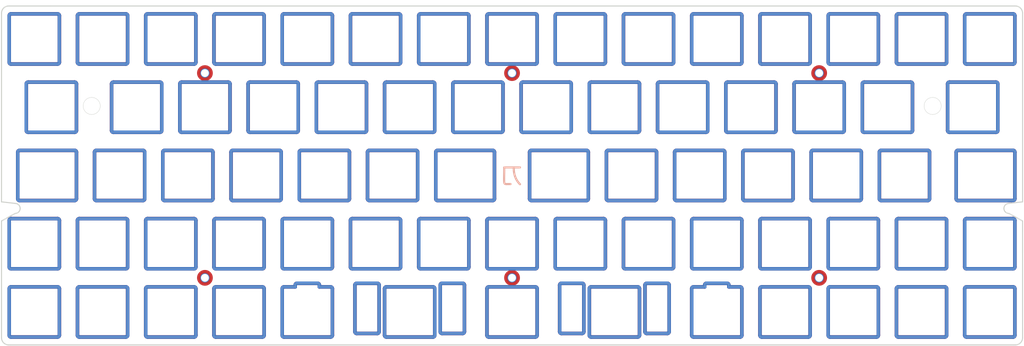
<source format=kicad_pcb>
(kicad_pcb (version 20221018) (generator pcbnew)
  (layers (0 "F.Cu" signal) (31 "B.Cu" signal) (34 "B.Paste" user) (35 "F.Paste" user) (36 "B.SilkS" user "B.Silkscreen") (37 "F.SilkS" user "F.Silkscreen") (38 "B.Mask" user) (39 "F.Mask" user) (44 "Edge.Cuts" user))
  (net 0 "")
  (footprint "marbastlib-xp-plate-mx:Plate-MP_MX_2u" (layer "F.Cu") (at 234.95 157.1625 180)
    (fp_text reference "S2" hide)
    (fp_text value "MX_stab")
    (fp_line (start -15.28125 -5.499999) (end -15.28125 7.500001) (stroke (width 0.05)) (layer "Edge.Cuts"))
    (fp_line (start -14.78125 -5.999999) (end -9.03125 -5.999999) (stroke (width 0.05)) (layer "Edge.Cuts"))
    (fp_line (start -14.78125 8.000001) (end -9.03125 8.000001) (stroke (width 0.05)) (layer "Edge.Cuts"))
    (fp_line (start -8.53125 -5.499999) (end -8.53125 7.500001) (stroke (width 0.05)) (layer "Edge.Cuts"))
    (fp_line (start -7 -6.5) (end -7 6.5) (stroke (width 0.05)) (layer "Edge.Cuts"))
    (fp_line (start -6.5 7) (end 6.5 7) (stroke (width 0.05)) (layer "Edge.Cuts"))
    (fp_line (start 6.5 -7) (end -6.5 -7) (stroke (width 0.05)) (layer "Edge.Cuts"))
    (fp_line (start 7 6.5) (end 7 -6.5) (stroke (width 0.05)) (layer "Edge.Cuts"))
    (fp_line (start 8.53125 -5.499999) (end 8.53125 7.500001) (stroke (width 0.05)) (layer "Edge.Cuts"))
    (fp_line (start 9.03125 -5.999999) (end 14.780039 -5.999999) (stroke (width 0.05)) (layer "Edge.Cuts"))
    (fp_line (start 9.03125 8.000001) (end 14.78125 8.000001) (stroke (width 0.05)) (layer "Edge.Cuts"))
    (fp_line (start 15.280039 -5.499999) (end 15.28125 7.500001) (stroke (width 0.05)) (layer "Edge.Cuts"))
    (fp_arc (start -15.28125 -5.499999) (mid -15.134803 -5.853552) (end -14.78125 -5.999999) (stroke (width 0.05)) (layer "Edge.Cuts"))
    (fp_arc (start -14.78125 8.000001) (mid -15.134803 7.853554) (end -15.28125 7.500001) (stroke (width 0.05)) (layer "Edge.Cuts"))
    (fp_arc (start -9.03125 -5.999999) (mid -8.677697 -5.853552) (end -8.53125 -5.499999) (stroke (width 0.05)) (layer "Edge.Cuts"))
    (fp_arc (start -8.53125 7.500001) (mid -8.677697 7.853554) (end -9.03125 8.000001) (stroke (width 0.05)) (layer "Edge.Cuts"))
    (fp_arc (start -7 -6.5) (mid -6.853553 -6.853553) (end -6.5 -7) (stroke (width 0.05)) (layer "Edge.Cuts"))
    (fp_arc (start -6.497236 6.998884) (mid -6.850789 6.852437) (end -6.997236 6.498884) (stroke (width 0.05)) (layer "Edge.Cuts"))
    (fp_arc (start 6.5 -7) (mid 6.853554 -6.853554) (end 7 -6.5) (stroke (width 0.05)) (layer "Edge.Cuts"))
    (fp_arc (start 7 6.5) (mid 6.853554 6.853554) (end 6.5 7) (stroke (width 0.05)) (layer "Edge.Cuts"))
    (fp_arc (start 8.53125 -5.499999) (mid 8.677697 -5.853552) (end 9.03125 -5.999999) (stroke (width 0.05)) (layer "Edge.Cuts"))
    (fp_arc (start 9.03125 8.000001) (mid 8.677697 7.853554) (end 8.53125 7.500001) (stroke (width 0.05)) (layer "Edge.Cuts"))
    (fp_arc (start 14.780039 -5.999999) (mid 15.133592 -5.853552) (end 15.280039 -5.499999) (stroke (width 0.05)) (layer "Edge.Cuts"))
    (fp_arc (start 15.28125 7.500001) (mid 15.134803 7.853554) (end 14.78125 8.000001) (stroke (width 0.05)) (layer "Edge.Cuts"))
  )
  (footprint "MountingHole:MountingHole_2.2mm_M2_Pad_TopOnly" (layer "F.Cu") (at 292.1 147.6375)
    (fp_text reference "H6" hide)
    (fp_text value "MountingHole")
  )
  (footprint "MountingHole:MountingHole_2.2mm_M2_Pad_TopOnly" (layer "F.Cu") (at 120.65 90.4875)
    (fp_text reference "H1" hide)
    (fp_text value "MountingHole")
  )
  (footprint "MountingHole:MountingHole_2.2mm_M2_Pad_TopOnly" (layer "F.Cu") (at 120.65 147.6375)
    (fp_text reference "H4" hide)
    (fp_text value "MountingHole")
  )
  (footprint "RominRonin:Plate-MP_MX_7u_Katana60_7u_overlapping" (layer "F.Cu") (at 206.375 157.1625 180)
    (fp_text reference "S3" hide)
    (fp_text value "MX_stab")
    (fp_line (start -64.15 -6.5) (end -64.15 6.5) (stroke (width 0.05)) (layer "Edge.Cuts"))
    (fp_line (start -63.647236 6.998884) (end -60.525 7) (stroke (width 0.05)) (layer "Edge.Cuts"))
    (fp_line (start -60.525 7) (end -60.525 7.500001) (stroke (width 0.05)) (layer "Edge.Cuts"))
    (fp_line (start -60.025 8.000001) (end -54.275 8.000001) (stroke (width 0.05)) (layer "Edge.Cuts"))
    (fp_line (start -53.775 7) (end -53.775 7.500001) (stroke (width 0.05)) (layer "Edge.Cuts"))
    (fp_line (start -53.775 7) (end -50.65 7) (stroke (width 0.05)) (layer "Edge.Cuts"))
    (fp_line (start -50.65 -7) (end -63.65 -7) (stroke (width 0.05)) (layer "Edge.Cuts"))
    (fp_line (start -50.15 6.5) (end -50.15 -6.5) (stroke (width 0.05)) (layer "Edge.Cuts"))
    (fp_line (start -7 -6.5) (end -7 6.5) (stroke (width 0.05)) (layer "Edge.Cuts"))
    (fp_line (start -6.5 7) (end 6.5 7) (stroke (width 0.05)) (layer "Edge.Cuts"))
    (fp_line (start 6.5 -7) (end -6.5 -7) (stroke (width 0.05)) (layer "Edge.Cuts"))
    (fp_line (start 7 6.5) (end 7 -6.5) (stroke (width 0.05)) (layer "Edge.Cuts"))
    (fp_line (start 50.15 -6.5) (end 50.15 6.5) (stroke (width 0.05)) (layer "Edge.Cuts"))
    (fp_line (start 50.652764 6.998884) (end 53.775605 7) (stroke (width 0.05)) (layer "Edge.Cuts"))
    (fp_line (start 53.775605 7) (end 53.775605 7.500001) (stroke (width 0.05)) (layer "Edge.Cuts"))
    (fp_line (start 54.275605 8.000001) (end 60.025605 8.000001) (stroke (width 0.05)) (layer "Edge.Cuts"))
    (fp_line (start 60.524394 7) (end 60.525605 7.500001) (stroke (width 0.05)) (layer "Edge.Cuts"))
    (fp_line (start 60.524394 7) (end 63.65 7) (stroke (width 0.05)) (layer "Edge.Cuts"))
    (fp_line (start 63.65 -7) (end 50.65 -7) (stroke (width 0.05)) (layer "Edge.Cuts"))
    (fp_line (start 64.15 6.5) (end 64.15 -6.5) (stroke (width 0.05)) (layer "Edge.Cuts"))
    (fp_arc (start -64.15 -6.5) (mid -64.003553 -6.853553) (end -63.65 -7) (stroke (width 0.05)) (layer "Edge.Cuts"))
    (fp_arc (start -63.647236 6.998884) (mid -64.000789 6.852437) (end -64.147236 6.498884) (stroke (width 0.05)) (layer "Edge.Cuts"))
    (fp_arc (start -60.025 8.000001) (mid -60.378553 7.853554) (end -60.525 7.500001) (stroke (width 0.05)) (layer "Edge.Cuts"))
    (fp_arc (start -53.775 7.500001) (mid -53.921447 7.853554) (end -54.275 8.000001) (stroke (width 0.05)) (layer "Edge.Cuts"))
    (fp_arc (start -50.65 -7) (mid -50.296447 -6.853553) (end -50.15 -6.5) (stroke (width 0.05)) (layer "Edge.Cuts"))
    (fp_arc (start -50.15 6.5) (mid -50.296447 6.853553) (end -50.65 7) (stroke (width 0.05)) (layer "Edge.Cuts"))
    (fp_arc (start -7 -6.5) (mid -6.853553 -6.853553) (end -6.5 -7) (stroke (width 0.05)) (layer "Edge.Cuts"))
    (fp_arc (start -6.497236 6.998884) (mid -6.850789 6.852437) (end -6.997236 6.498884) (stroke (width 0.05)) (layer "Edge.Cuts"))
    (fp_arc (start 6.5 -7) (mid 6.853554 -6.853554) (end 7 -6.5) (stroke (width 0.05)) (layer "Edge.Cuts"))
    (fp_arc (start 7 6.5) (mid 6.853554 6.853554) (end 6.5 7) (stroke (width 0.05)) (layer "Edge.Cuts"))
    (fp_arc (start 50.15 -6.5) (mid 50.296447 -6.853553) (end 50.65 -7) (stroke (width 0.05)) (layer "Edge.Cuts"))
    (fp_arc (start 50.652764 6.998884) (mid 50.299211 6.852437) (end 50.152764 6.498884) (stroke (width 0.05)) (layer "Edge.Cuts"))
    (fp_arc (start 54.275605 8.000001) (mid 53.922045 7.853545) (end 53.775605 7.500001) (stroke (width 0.05)) (layer "Edge.Cuts"))
    (fp_arc (start 60.525605 7.500001) (mid 60.379155 7.853538) (end 60.025605 8.000001) (stroke (width 0.05)) (layer "Edge.Cuts"))
    (fp_arc (start 63.65 -7) (mid 64.003553 -6.853553) (end 64.15 -6.5) (stroke (width 0.05)) (layer "Edge.Cuts"))
    (fp_arc (start 64.15 6.5) (mid 64.003553 6.853553) (end 63.65 7) (stroke (width 0.05)) (layer "Edge.Cuts"))
  )
  (footprint "marbastlib-xp-plate-mx:Plate-MP_MX_2u" (layer "F.Cu") (at 177.8 157.1625 180)
    (fp_text reference "S1" hide)
    (fp_text value "MX_stab")
    (fp_line (start -15.28125 -5.499999) (end -15.28125 7.500001) (stroke (width 0.05)) (layer "Edge.Cuts"))
    (fp_line (start -14.78125 -5.999999) (end -9.03125 -5.999999) (stroke (width 0.05)) (layer "Edge.Cuts"))
    (fp_line (start -14.78125 8.000001) (end -9.03125 8.000001) (stroke (width 0.05)) (layer "Edge.Cuts"))
    (fp_line (start -8.53125 -5.499999) (end -8.53125 7.500001) (stroke (width 0.05)) (layer "Edge.Cuts"))
    (fp_line (start -7 -6.5) (end -7 6.5) (stroke (width 0.05)) (layer "Edge.Cuts"))
    (fp_line (start -6.5 7) (end 6.5 7) (stroke (width 0.05)) (layer "Edge.Cuts"))
    (fp_line (start 6.5 -7) (end -6.5 -7) (stroke (width 0.05)) (layer "Edge.Cuts"))
    (fp_line (start 7 6.5) (end 7 -6.5) (stroke (width 0.05)) (layer "Edge.Cuts"))
    (fp_line (start 8.53125 -5.499999) (end 8.53125 7.500001) (stroke (width 0.05)) (layer "Edge.Cuts"))
    (fp_line (start 9.03125 -5.999999) (end 14.780039 -5.999999) (stroke (width 0.05)) (layer "Edge.Cuts"))
    (fp_line (start 9.03125 8.000001) (end 14.78125 8.000001) (stroke (width 0.05)) (layer "Edge.Cuts"))
    (fp_line (start 15.280039 -5.499999) (end 15.28125 7.500001) (stroke (width 0.05)) (layer "Edge.Cuts"))
    (fp_arc (start -15.28125 -5.499999) (mid -15.134803 -5.853552) (end -14.78125 -5.999999) (stroke (width 0.05)) (layer "Edge.Cuts"))
    (fp_arc (start -14.78125 8.000001) (mid -15.134803 7.853554) (end -15.28125 7.500001) (stroke (width 0.05)) (layer "Edge.Cuts"))
    (fp_arc (start -9.03125 -5.999999) (mid -8.677697 -5.853552) (end -8.53125 -5.499999) (stroke (width 0.05)) (layer "Edge.Cuts"))
    (fp_arc (start -8.53125 7.500001) (mid -8.677697 7.853554) (end -9.03125 8.000001) (stroke (width 0.05)) (layer "Edge.Cuts"))
    (fp_arc (start -7 -6.5) (mid -6.853553 -6.853553) (end -6.5 -7) (stroke (width 0.05)) (layer "Edge.Cuts"))
    (fp_arc (start -6.497236 6.998884) (mid -6.850789 6.852437) (end -6.997236 6.498884) (stroke (width 0.05)) (layer "Edge.Cuts"))
    (fp_arc (start 6.5 -7) (mid 6.853554 -6.853554) (end 7 -6.5) (stroke (width 0.05)) (layer "Edge.Cuts"))
    (fp_arc (start 7 6.5) (mid 6.853554 6.853554) (end 6.5 7) (stroke (width 0.05)) (layer "Edge.Cuts"))
    (fp_arc (start 8.53125 -5.499999) (mid 8.677697 -5.853552) (end 9.03125 -5.999999) (stroke (width 0.05)) (layer "Edge.Cuts"))
    (fp_arc (start 9.03125 8.000001) (mid 8.677697 7.853554) (end 8.53125 7.500001) (stroke (width 0.05)) (layer "Edge.Cuts"))
    (fp_arc (start 14.780039 -5.999999) (mid 15.133592 -5.853552) (end 15.280039 -5.499999) (stroke (width 0.05)) (layer "Edge.Cuts"))
    (fp_arc (start 15.28125 7.500001) (mid 15.134803 7.853554) (end 14.78125 8.000001) (stroke (width 0.05)) (layer "Edge.Cuts"))
  )
  (footprint "locallib:60_Outline-Modded" (layer "F.Cu") (at 206.375 119.0625)
    (fp_text reference "REF**" hide)
    (fp_text value "60_Outline" hide)
    (fp_line (start -142.5 7.366) (end -142.5 -45.3) (stroke (width 0.3)) (layer "Edge.Cuts"))
    (fp_line (start -142.5 12.7) (end -138.7 10.6) (stroke (width 0.3)) (layer "Edge.Cuts"))
    (fp_line (start -142.5 45.3) (end -142.5 12.7) (stroke (width 0.3)) (layer "Edge.Cuts"))
    (fp_line (start -140.5 -47.3) (end -128.85 -47.3) (stroke (width 0.3)) (layer "Edge.Cuts"))
    (fp_line (start -140.5 47.3) (end 140.5 47.3) (stroke (width 0.3)) (layer "Edge.Cuts"))
    (fp_line (start -138.7 7.8) (end -142.5 7.366) (stroke (width 0.3)) (layer "Edge.Cuts"))
    (fp_line (start 138.7 7.8) (end 142.5 7.366) (stroke (width 0.3)) (layer "Edge.Cuts"))
    (fp_line (start 138.7 10.6) (end 142.494 12.7) (stroke (width 0.3)) (layer "Edge.Cuts"))
    (fp_line (start 140.5 -47.3) (end -128.85 -47.3) (stroke (width 0.3)) (layer "Edge.Cuts"))
    (fp_line (start 142.494 12.7) (end 142.5 45.3) (stroke (width 0.3)) (layer "Edge.Cuts"))
    (fp_line (start 142.5 7.366) (end 142.5 -45.3) (stroke (width 0.3)) (layer "Edge.Cuts"))
    (fp_arc (start -142.5 -45.3) (mid -141.914214 -46.714214) (end -140.5 -47.3) (stroke (width 0.3)) (layer "Edge.Cuts"))
    (fp_arc (start -140.5 47.3) (mid -141.914214 46.714214) (end -142.5 45.3) (stroke (width 0.3)) (layer "Edge.Cuts"))
    (fp_arc (start -138.7 7.8) (mid -137.710051 8.210051) (end -137.3 9.2) (stroke (width 0.3)) (layer "Edge.Cuts"))
    (fp_arc (start -137.3 9.2) (mid -137.710051 10.189949) (end -138.7 10.6) (stroke (width 0.3)) (layer "Edge.Cuts"))
    (fp_arc (start 137.3 9.2) (mid 137.710051 8.210051) (end 138.7 7.8) (stroke (width 0.3)) (layer "Edge.Cuts"))
    (fp_arc (start 138.7 10.6) (mid 137.710051 10.189949) (end 137.3 9.2) (stroke (width 0.3)) (layer "Edge.Cuts"))
    (fp_arc (start 140.5 -47.3) (mid 141.914214 -46.714214) (end 142.5 -45.3) (stroke (width 0.3)) (layer "Edge.Cuts"))
    (fp_arc (start 142.5 45.3) (mid 141.914214 46.714214) (end 140.5 47.3) (stroke (width 0.3)) (layer "Edge.Cuts"))
  )
  (footprint "MountingHole:MountingHole_2.2mm_M2_Pad_TopOnly" (layer "F.Cu") (at 292.1 90.4875)
    (fp_text reference "H3" hide)
    (fp_text value "MountingHole")
  )
  (footprint "MountingHole:MountingHole_2.2mm_M2_Pad_TopOnly" (layer "F.Cu") (at 206.375 147.6375)
    (fp_text reference "H5" hide)
    (fp_text value "MountingHole")
  )
  (footprint "MountingHole:MountingHole_2.2mm_M2_Pad_TopOnly" (layer "F.Cu") (at 206.375 90.4875)
    (fp_text reference "H2" hide)
    (fp_text value "MountingHole")
  )
  (footprint "marbastlib-xp-plate-mx:Plate-MP_MX_1u" (layer "B.Cu") (at 263.525 138.1125 180)
    (fp_text reference "MX56" hide)
    (fp_text value "MX-NoLED")
    (fp_line (start -7 6.5) (end -7 -6.5) (stroke (width 0.05)) (layer "Edge.Cuts"))
    (fp_line (start -6.5 -7) (end 6.5 -7) (stroke (width 0.05)) (layer "Edge.Cuts"))
    (fp_line (start 6.5 7) (end -6.5 7) (stroke (width 0.05)) (layer "Edge.Cuts"))
    (fp_line (start 7 -6.5) (end 7 6.5) (stroke (width 0.05)) (layer "Edge.Cuts"))
    (fp_arc (start -6.997236 -6.498884) (mid -6.850789 -6.852437) (end -6.497236 -6.998884) (stroke (width 0.05)) (layer "Edge.Cuts"))
    (fp_arc (start -6.5 7) (mid -6.853553 6.853553) (end -7 6.5) (stroke (width 0.05)) (layer "Edge.Cuts"))
    (fp_arc (start 6.5 -7) (mid 6.853553 -6.853553) (end 7 -6.5) (stroke (width 0.05)) (layer "Edge.Cuts"))
    (fp_arc (start 7 6.5) (mid 6.853553 6.853553) (end 6.5 7) (stroke (width 0.05)) (layer "Edge.Cuts"))
  )
  (footprint "marbastlib-xp-plate-mx:Plate-MP_MX_1u" (layer "B.Cu") (at 301.625 157.1625 180)
    (fp_text reference "MX73" hide)
    (fp_text value "MX-NoLED")
    (fp_line (start -7 6.5) (end -7 -6.5) (stroke (width 0.05)) (layer "Edge.Cuts"))
    (fp_line (start -6.5 -7) (end 6.5 -7) (stroke (width 0.05)) (layer "Edge.Cuts"))
    (fp_line (start 6.5 7) (end -6.5 7) (stroke (width 0.05)) (layer "Edge.Cuts"))
    (fp_line (start 7 -6.5) (end 7 6.5) (stroke (width 0.05)) (layer "Edge.Cuts"))
    (fp_arc (start -6.997236 -6.498884) (mid -6.850789 -6.852437) (end -6.497236 -6.998884) (stroke (width 0.05)) (layer "Edge.Cuts"))
    (fp_arc (start -6.5 7) (mid -6.853553 6.853553) (end -7 6.5) (stroke (width 0.05)) (layer "Edge.Cuts"))
    (fp_arc (start 6.5 -7) (mid 6.853553 -6.853553) (end 7 -6.5) (stroke (width 0.05)) (layer "Edge.Cuts"))
    (fp_arc (start 7 6.5) (mid 6.853553 6.853553) (end 6.5 7) (stroke (width 0.05)) (layer "Edge.Cuts"))
  )
  (footprint "marbastlib-xp-plate-mx:Plate-MP_MX_1u" (layer "B.Cu") (at 139.7 100.0125 180)
    (fp_text reference "MX19" hide)
    (fp_text value "MX-NoLED")
    (fp_line (start -7 6.5) (end -7 -6.5) (stroke (width 0.05)) (layer "Edge.Cuts"))
    (fp_line (start -6.5 -7) (end 6.5 -7) (stroke (width 0.05)) (layer "Edge.Cuts"))
    (fp_line (start 6.5 7) (end -6.5 7) (stroke (width 0.05)) (layer "Edge.Cuts"))
    (fp_line (start 7 -6.5) (end 7 6.5) (stroke (width 0.05)) (layer "Edge.Cuts"))
    (fp_arc (start -6.997236 -6.498884) (mid -6.850789 -6.852437) (end -6.497236 -6.998884) (stroke (width 0.05)) (layer "Edge.Cuts"))
    (fp_arc (start -6.5 7) (mid -6.853553 6.853553) (end -7 6.5) (stroke (width 0.05)) (layer "Edge.Cuts"))
    (fp_arc (start 6.5 -7) (mid 6.853553 -6.853553) (end 7 -6.5) (stroke (width 0.05)) (layer "Edge.Cuts"))
    (fp_arc (start 7 6.5) (mid 6.853553 6.853553) (end 6.5 7) (stroke (width 0.05)) (layer "Edge.Cuts"))
  )
  (footprint "RominRonin:Plate-MP_MX_1.25u_Katana60_middle_pair" (layer "B.Cu") (at 337.34375 119.0625 180)
    (fp_text reference "MX45" hide)
    (fp_text value "MX-NoLED")
    (fp_line (start -9.38125 6.5) (end -9.38125 -6.5) (stroke (width 0.05)) (layer "Edge.Cuts"))
    (fp_line (start -8.88125 -7) (end 6.5 -7) (stroke (width 0.05)) (layer "Edge.Cuts"))
    (fp_line (start 6.5 7) (end -8.88125 7) (stroke (width 0.05)) (layer "Edge.Cuts"))
    (fp_line (start 7 -6.5) (end 7 6.5) (stroke (width 0.05)) (layer "Edge.Cuts"))
    (fp_arc (start -9.378486 -6.498884) (mid -9.232039 -6.852437) (end -8.878486 -6.998884) (stroke (width 0.05)) (layer "Edge.Cuts"))
    (fp_arc (start -8.88125 7) (mid -9.234803 6.853553) (end -9.38125 6.5) (stroke (width 0.05)) (layer "Edge.Cuts"))
    (fp_arc (start 6.5 -7) (mid 6.853553 -6.853553) (end 7 -6.5) (stroke (width 0.05)) (layer "Edge.Cuts"))
    (fp_arc (start 7 6.5) (mid 6.853553 6.853553) (end 6.5 7) (stroke (width 0.05)) (layer "Edge.Cuts"))
  )
  (footprint "marbastlib-xp-plate-mx:Plate-MP_MX_1u" (layer "B.Cu") (at 149.225 80.9625 180)
    (fp_text reference "MX5" hide)
    (fp_text value "MX-NoLED")
    (fp_line (start -7 6.5) (end -7 -6.5) (stroke (width 0.05)) (layer "Edge.Cuts"))
    (fp_line (start -6.5 -7) (end 6.5 -7) (stroke (width 0.05)) (layer "Edge.Cuts"))
    (fp_line (start 6.5 7) (end -6.5 7) (stroke (width 0.05)) (layer "Edge.Cuts"))
    (fp_line (start 7 -6.5) (end 7 6.5) (stroke (width 0.05)) (layer "Edge.Cuts"))
    (fp_arc (start -6.997236 -6.498884) (mid -6.850789 -6.852437) (end -6.497236 -6.998884) (stroke (width 0.05)) (layer "Edge.Cuts"))
    (fp_arc (start -6.5 7) (mid -6.853553 6.853553) (end -7 6.5) (stroke (width 0.05)) (layer "Edge.Cuts"))
    (fp_arc (start 6.5 -7) (mid 6.853553 -6.853553) (end 7 -6.5) (stroke (width 0.05)) (layer "Edge.Cuts"))
    (fp_arc (start 7 6.5) (mid 6.853553 6.853553) (end 6.5 7) (stroke (width 0.05)) (layer "Edge.Cuts"))
  )
  (footprint "marbastlib-xp-plate-mx:Plate-MP_MX_1.5u" (layer "B.Cu") (at 77.7875 100.0125 180)
    (fp_text reference "MX16" hide)
    (fp_text value "MX-NoLED")
    (fp_line (start -7 6.5) (end -7 -6.5) (stroke (width 0.05)) (layer "Edge.Cuts"))
    (fp_line (start -6.5 -7) (end 6.5 -7) (stroke (width 0.05)) (layer "Edge.Cuts"))
    (fp_line (start 6.5 7) (end -6.5 7) (stroke (width 0.05)) (layer "Edge.Cuts"))
    (fp_line (start 7 -6.5) (end 7 6.5) (stroke (width 0.05)) (layer "Edge.Cuts"))
    (fp_arc (start -6.997236 -6.498884) (mid -6.850789 -6.852437) (end -6.497236 -6.998884) (stroke (width 0.05)) (layer "Edge.Cuts"))
    (fp_arc (start -6.5 7) (mid -6.853553 6.853553) (end -7 6.5) (stroke (width 0.05)) (layer "Edge.Cuts"))
    (fp_arc (start 6.5 -7) (mid 6.853553 -6.853553) (end 7 -6.5) (stroke (width 0.05)) (layer "Edge.Cuts"))
    (fp_arc (start 7 6.5) (mid 6.853553 6.853553) (end 6.5 7) (stroke (width 0.05)) (layer "Edge.Cuts"))
  )
  (footprint "marbastlib-xp-plate-mx:Plate-MP_MX_1u" (layer "B.Cu") (at 168.275 138.1125 180)
    (fp_text reference "MX51" hide)
    (fp_text value "MX-NoLED")
    (fp_line (start -7 6.5) (end -7 -6.5) (stroke (width 0.05)) (layer "Edge.Cuts"))
    (fp_line (start -6.5 -7) (end 6.5 -7) (stroke (width 0.05)) (layer "Edge.Cuts"))
    (fp_line (start 6.5 7) (end -6.5 7) (stroke (width 0.05)) (layer "Edge.Cuts"))
    (fp_line (start 7 -6.5) (end 7 6.5) (stroke (width 0.05)) (layer "Edge.Cuts"))
    (fp_arc (start -6.997236 -6.498884) (mid -6.850789 -6.852437) (end -6.497236 -6.998884) (stroke (width 0.05)) (layer "Edge.Cuts"))
    (fp_arc (start -6.5 7) (mid -6.853553 6.853553) (end -7 6.5) (stroke (width 0.05)) (layer "Edge.Cuts"))
    (fp_arc (start 6.5 -7) (mid 6.853553 -6.853553) (end 7 -6.5) (stroke (width 0.05)) (layer "Edge.Cuts"))
    (fp_arc (start 7 6.5) (mid 6.853553 6.853553) (end 6.5 7) (stroke (width 0.05)) (layer "Edge.Cuts"))
  )
  (footprint "marbastlib-xp-plate-mx:Plate-MP_MX_1u" (layer "B.Cu") (at 239.7125 119.0625 180)
    (fp_text reference "MX40" hide)
    (fp_text value "MX-NoLED")
    (fp_line (start -7 6.5) (end -7 -6.5) (stroke (width 0.05)) (layer "Edge.Cuts"))
    (fp_line (start -6.5 -7) (end 6.5 -7) (stroke (width 0.05)) (layer "Edge.Cuts"))
    (fp_line (start 6.5 7) (end -6.5 7) (stroke (width 0.05)) (layer "Edge.Cuts"))
    (fp_line (start 7 -6.5) (end 7 6.5) (stroke (width 0.05)) (layer "Edge.Cuts"))
    (fp_arc (start -6.997236 -6.498884) (mid -6.850789 -6.852437) (end -6.497236 -6.998884) (stroke (width 0.05)) (layer "Edge.Cuts"))
    (fp_arc (start -6.5 7) (mid -6.853553 6.853553) (end -7 6.5) (stroke (width 0.05)) (layer "Edge.Cuts"))
    (fp_arc (start 6.5 -7) (mid 6.853553 -6.853553) (end 7 -6.5) (stroke (width 0.05)) (layer "Edge.Cuts"))
    (fp_arc (start 7 6.5) (mid 6.853553 6.853553) (end 6.5 7) (stroke (width 0.05)) (layer "Edge.Cuts"))
  )
  (footprint "marbastlib-xp-plate-mx:Plate-MP_MX_1u" (layer "B.Cu") (at 206.375 80.9625 180)
    (fp_text reference "MX8" hide)
    (fp_text value "MX-NoLED")
    (fp_line (start -7 6.5) (end -7 -6.5) (stroke (width 0.05)) (layer "Edge.Cuts"))
    (fp_line (start -6.5 -7) (end 6.5 -7) (stroke (width 0.05)) (layer "Edge.Cuts"))
    (fp_line (start 6.5 7) (end -6.5 7) (stroke (width 0.05)) (layer "Edge.Cuts"))
    (fp_line (start 7 -6.5) (end 7 6.5) (stroke (width 0.05)) (layer "Edge.Cuts"))
    (fp_arc (start -6.997236 -6.498884) (mid -6.850789 -6.852437) (end -6.497236 -6.998884) (stroke (width 0.05)) (layer "Edge.Cuts"))
    (fp_arc (start -6.5 7) (mid -6.853553 6.853553) (end -7 6.5) (stroke (width 0.05)) (layer "Edge.Cuts"))
    (fp_arc (start 6.5 -7) (mid 6.853553 -6.853553) (end 7 -6.5) (stroke (width 0.05)) (layer "Edge.Cuts"))
    (fp_arc (start 7 6.5) (mid 6.853553 6.853553) (end 6.5 7) (stroke (width 0.05)) (layer "Edge.Cuts"))
  )
  (footprint "marbastlib-xp-plate-mx:Plate-MP_MX_1u" (layer "B.Cu") (at 187.325 80.9625 180)
    (fp_text reference "MX7" hide)
    (fp_text value "MX-NoLED")
    (fp_line (start -7 6.5) (end -7 -6.5) (stroke (width 0.05)) (layer "Edge.Cuts"))
    (fp_line (start -6.5 -7) (end 6.5 -7) (stroke (width 0.05)) (layer "Edge.Cuts"))
    (fp_line (start 6.5 7) (end -6.5 7) (stroke (width 0.05)) (layer "Edge.Cuts"))
    (fp_line (start 7 -6.5) (end 7 6.5) (stroke (width 0.05)) (layer "Edge.Cuts"))
    (fp_arc (start -6.997236 -6.498884) (mid -6.850789 -6.852437) (end -6.497236 -6.998884) (stroke (width 0.05)) (layer "Edge.Cuts"))
    (fp_arc (start -6.5 7) (mid -6.853553 6.853553) (end -7 6.5) (stroke (width 0.05)) (layer "Edge.Cuts"))
    (fp_arc (start 6.5 -7) (mid 6.853553 -6.853553) (end 7 -6.5) (stroke (width 0.05)) (layer "Edge.Cuts"))
    (fp_arc (start 7 6.5) (mid 6.853553 6.853553) (end 6.5 7) (stroke (width 0.05)) (layer "Edge.Cuts"))
  )
  (footprint "marbastlib-xp-plate-mx:Plate-MP_MX_1u" (layer "B.Cu") (at 254 100.0125 180)
    (fp_text reference "MX26" hide)
    (fp_text value "MX-NoLED")
    (fp_line (start -7 6.5) (end -7 -6.5) (stroke (width 0.05)) (layer "Edge.Cuts"))
    (fp_line (start -6.5 -7) (end 6.5 -7) (stroke (width 0.05)) (layer "Edge.Cuts"))
    (fp_line (start 6.5 7) (end -6.5 7) (stroke (width 0.05)) (layer "Edge.Cuts"))
    (fp_line (start 7 -6.5) (end 7 6.5) (stroke (width 0.05)) (layer "Edge.Cuts"))
    (fp_arc (start -6.997236 -6.498884) (mid -6.850789 -6.852437) (end -6.497236 -6.998884) (stroke (width 0.05)) (layer "Edge.Cuts"))
    (fp_arc (start -6.5 7) (mid -6.853553 6.853553) (end -7 6.5) (stroke (width 0.05)) (layer "Edge.Cuts"))
    (fp_arc (start 6.5 -7) (mid 6.853553 -6.853553) (end 7 -6.5) (stroke (width 0.05)) (layer "Edge.Cuts"))
    (fp_arc (start 7 6.5) (mid 6.853553 6.853553) (end 6.5 7) (stroke (width 0.05)) (layer "Edge.Cuts"))
  )
  (footprint "marbastlib-xp-plate-mx:Plate-MP_MX_1u" (layer "B.Cu") (at 258.7625 119.0625 180)
    (fp_text reference "MX41" hide)
    (fp_text value "MX-NoLED")
    (fp_line (start -7 6.5) (end -7 -6.5) (stroke (width 0.05)) (layer "Edge.Cuts"))
    (fp_line (start -6.5 -7) (end 6.5 -7) (stroke (width 0.05)) (layer "Edge.Cuts"))
    (fp_line (start 6.5 7) (end -6.5 7) (stroke (width 0.05)) (layer "Edge.Cuts"))
    (fp_line (start 7 -6.5) (end 7 6.5) (stroke (width 0.05)) (layer "Edge.Cuts"))
    (fp_arc (start -6.997236 -6.498884) (mid -6.850789 -6.852437) (end -6.497236 -6.998884) (stroke (width 0.05)) (layer "Edge.Cuts"))
    (fp_arc (start -6.5 7) (mid -6.853553 6.853553) (end -7 6.5) (stroke (width 0.05)) (layer "Edge.Cuts"))
    (fp_arc (start 6.5 -7) (mid 6.853553 -6.853553) (end 7 -6.5) (stroke (width 0.05)) (layer "Edge.Cuts"))
    (fp_arc (start 7 6.5) (mid 6.853553 6.853553) (end 6.5 7) (stroke (width 0.05)) (layer "Edge.Cuts"))
  )
  (footprint "marbastlib-xp-plate-mx:Plate-MP_MX_1u" (layer "B.Cu") (at 111.125 138.1125 180)
    (fp_text reference "MX48" hide)
    (fp_text value "MX-NoLED")
    (fp_line (start -7 6.5) (end -7 -6.5) (stroke (width 0.05)) (layer "Edge.Cuts"))
    (fp_line (start -6.5 -7) (end 6.5 -7) (stroke (width 0.05)) (layer "Edge.Cuts"))
    (fp_line (start 6.5 7) (end -6.5 7) (stroke (width 0.05)) (layer "Edge.Cuts"))
    (fp_line (start 7 -6.5) (end 7 6.5) (stroke (width 0.05)) (layer "Edge.Cuts"))
    (fp_arc (start -6.997236 -6.498884) (mid -6.850789 -6.852437) (end -6.497236 -6.998884) (stroke (width 0.05)) (layer "Edge.Cuts"))
    (fp_arc (start -6.5 7) (mid -6.853553 6.853553) (end -7 6.5) (stroke (width 0.05)) (layer "Edge.Cuts"))
    (fp_arc (start 6.5 -7) (mid 6.853553 -6.853553) (end 7 -6.5) (stroke (width 0.05)) (layer "Edge.Cuts"))
    (fp_arc (start 7 6.5) (mid 6.853553 6.853553) (end 6.5 7) (stroke (width 0.05)) (layer "Edge.Cuts"))
  )
  (footprint "marbastlib-xp-plate-mx:Plate-MP_MX_1u" (layer "B.Cu") (at 196.85 100.0125 180)
    (fp_text reference "MX22" hide)
    (fp_text value "MX-NoLED")
    (fp_line (start -7 6.5) (end -7 -6.5) (stroke (width 0.05)) (layer "Edge.Cuts"))
    (fp_line (start -6.5 -7) (end 6.5 -7) (stroke (width 0.05)) (layer "Edge.Cuts"))
    (fp_line (start 6.5 7) (end -6.5 7) (stroke (width 0.05)) (layer "Edge.Cuts"))
    (fp_line (start 7 -6.5) (end 7 6.5) (stroke (width 0.05)) (layer "Edge.Cuts"))
    (fp_arc (start -6.997236 -6.498884) (mid -6.850789 -6.852437) (end -6.497236 -6.998884) (stroke (width 0.05)) (layer "Edge.Cuts"))
    (fp_arc (start -6.5 7) (mid -6.853553 6.853553) (end -7 6.5) (stroke (width 0.05)) (layer "Edge.Cuts"))
    (fp_arc (start 6.5 -7) (mid 6.853553 -6.853553) (end 7 -6.5) (stroke (width 0.05)) (layer "Edge.Cuts"))
    (fp_arc (start 7 6.5) (mid 6.853553 6.853553) (end 6.5 7) (stroke (width 0.05)) (layer "Edge.Cuts"))
  )
  (footprint "marbastlib-xp-plate-mx:Plate-MP_MX_1u" (layer "B.Cu") (at 153.9875 119.0625 180)
    (fp_text reference "MX35" hide)
    (fp_text value "MX-NoLED")
    (fp_line (start -7 6.5) (end -7 -6.5) (stroke (width 0.05)) (layer "Edge.Cuts"))
    (fp_line (start -6.5 -7) (end 6.5 -7) (stroke (width 0.05)) (layer "Edge.Cuts"))
    (fp_line (start 6.5 7) (end -6.5 7) (stroke (width 0.05)) (layer "Edge.Cuts"))
    (fp_line (start 7 -6.5) (end 7 6.5) (stroke (width 0.05)) (layer "Edge.Cuts"))
    (fp_arc (start -6.997236 -6.498884) (mid -6.850789 -6.852437) (end -6.497236 -6.998884) (stroke (width 0.05)) (layer "Edge.Cuts"))
    (fp_arc (start -6.5 7) (mid -6.853553 6.853553) (end -7 6.5) (stroke (width 0.05)) (layer "Edge.Cuts"))
    (fp_arc (start 6.5 -7) (mid 6.853553 -6.853553) (end 7 -6.5) (stroke (width 0.05)) (layer "Edge.Cuts"))
    (fp_arc (start 7 6.5) (mid 6.853553 6.853553) (end 6.5 7) (stroke (width 0.05)) (layer "Edge.Cuts"))
  )
  (footprint "marbastlib-xp-plate-mx:Plate-MP_MX_1u" (layer "B.Cu") (at 96.8375 119.0625 180)
    (fp_text reference "MX32" hide)
    (fp_text value "MX-NoLED")
    (fp_line (start -7 6.5) (end -7 -6.5) (stroke (width 0.05)) (layer "Edge.Cuts"))
    (fp_line (start -6.5 -7) (end 6.5 -7) (stroke (width 0.05)) (layer "Edge.Cuts"))
    (fp_line (start 6.5 7) (end -6.5 7) (stroke (width 0.05)) (layer "Edge.Cuts"))
    (fp_line (start 7 -6.5) (end 7 6.5) (stroke (width 0.05)) (layer "Edge.Cuts"))
    (fp_arc (start -6.997236 -6.498884) (mid -6.850789 -6.852437) (end -6.497236 -6.998884) (stroke (width 0.05)) (layer "Edge.Cuts"))
    (fp_arc (start -6.5 7) (mid -6.853553 6.853553) (end -7 6.5) (stroke (width 0.05)) (layer "Edge.Cuts"))
    (fp_arc (start 6.5 -7) (mid 6.853553 -6.853553) (end 7 -6.5) (stroke (width 0.05)) (layer "Edge.Cuts"))
    (fp_arc (start 7 6.5) (mid 6.853553 6.853553) (end 6.5 7) (stroke (width 0.05)) (layer "Edge.Cuts"))
  )
  (footprint "marbastlib-xp-plate-mx:Plate-MP_MX_1u" (layer "B.Cu") (at 92.075 80.9625)
    (fp_text reference "MX2" hide)
    (fp_text value "MX-NoLED")
    (fp_line (start -7 6.5) (end -7 -6.5) (stroke (width 0.05)) (layer "Edge.Cuts"))
    (fp_line (start -6.5 -7) (end 6.5 -7) (stroke (width 0.05)) (layer "Edge.Cuts"))
    (fp_line (start 6.5 7) (end -6.5 7) (stroke (width 0.05)) (layer "Edge.Cuts"))
    (fp_line (start 7 -6.5) (end 7 6.5) (stroke (width 0.05)) (layer "Edge.Cuts"))
    (fp_arc (start -6.997236 -6.498884) (mid -6.850789 -6.852437) (end -6.497236 -6.998884) (stroke (width 0.05)) (layer "Edge.Cuts"))
    (fp_arc (start -6.5 7) (mid -6.853553 6.853553) (end -7 6.5) (stroke (width 0.05)) (layer "Edge.Cuts"))
    (fp_arc (start 6.5 -7) (mid 6.853553 -6.853553) (end 7 -6.5) (stroke (width 0.05)) (layer "Edge.Cuts"))
    (fp_arc (start 7 6.5) (mid 6.853553 6.853553) (end 6.5 7) (stroke (width 0.05)) (layer "Edge.Cuts"))
  )
  (footprint "marbastlib-xp-plate-mx:Plate-MP_MX_1u" (layer "B.Cu") (at 320.675 80.9625 180)
    (fp_text reference "MX14" hide)
    (fp_text value "MX-NoLED")
    (fp_line (start -7 6.5) (end -7 -6.5) (stroke (width 0.05)) (layer "Edge.Cuts"))
    (fp_line (start -6.5 -7) (end 6.5 -7) (stroke (width 0.05)) (layer "Edge.Cuts"))
    (fp_line (start 6.5 7) (end -6.5 7) (stroke (width 0.05)) (layer "Edge.Cuts"))
    (fp_line (start 7 -6.5) (end 7 6.5) (stroke (width 0.05)) (layer "Edge.Cuts"))
    (fp_arc (start -6.997236 -6.498884) (mid -6.850789 -6.852437) (end -6.497236 -6.998884) (stroke (width 0.05)) (layer "Edge.Cuts"))
    (fp_arc (start -6.5 7) (mid -6.853553 6.853553) (end -7 6.5) (stroke (width 0.05)) (layer "Edge.Cuts"))
    (fp_arc (start 6.5 -7) (mid 6.853553 -6.853553) (end 7 -6.5) (stroke (width 0.05)) (layer "Edge.Cuts"))
    (fp_arc (start 7 6.5) (mid 6.853553 6.853553) (end 6.5 7) (stroke (width 0.05)) (layer "Edge.Cuts"))
  )
  (footprint "marbastlib-xp-plate-mx:Plate-MP_MX_1u" (layer "B.Cu") (at 225.425 138.1125 180)
    (fp_text reference "MX54" hide)
    (fp_text value "MX-NoLED")
    (fp_line (start -7 6.5) (end -7 -6.5) (stroke (width 0.05)) (layer "Edge.Cuts"))
    (fp_line (start -6.5 -7) (end 6.5 -7) (stroke (width 0.05)) (layer "Edge.Cuts"))
    (fp_line (start 6.5 7) (end -6.5 7) (stroke (width 0.05)) (layer "Edge.Cuts"))
    (fp_line (start 7 -6.5) (end 7 6.5) (stroke (width 0.05)) (layer "Edge.Cuts"))
    (fp_arc (start -6.997236 -6.498884) (mid -6.850789 -6.852437) (end -6.497236 -6.998884) (stroke (width 0.05)) (layer "Edge.Cuts"))
    (fp_arc (start -6.5 7) (mid -6.853553 6.853553) (end -7 6.5) (stroke (width 0.05)) (layer "Edge.Cuts"))
    (fp_arc (start 6.5 -7) (mid 6.853553 -6.853553) (end 7 -6.5) (stroke (width 0.05)) (layer "Edge.Cuts"))
    (fp_arc (start 7 6.5) (mid 6.853553 6.853553) (end 6.5 7) (stroke (width 0.05)) (layer "Edge.Cuts"))
  )
  (footprint "marbastlib-xp-plate-mx:Plate-MP_MX_1u" (layer "B.Cu") (at 244.475 80.9625 180)
    (fp_text reference "MX10" hide)
    (fp_text value "MX-NoLED")
    (fp_line (start -7 6.5) (end -7 -6.5) (stroke (width 0.05)) (layer "Edge.Cuts"))
    (fp_line (start -6.5 -7) (end 6.5 -7) (stroke (width 0.05)) (layer "Edge.Cuts"))
    (fp_line (start 6.5 7) (end -6.5 7) (stroke (width 0.05)) (layer "Edge.Cuts"))
    (fp_line (start 7 -6.5) (end 7 6.5) (stroke (width 0.05)) (layer "Edge.Cuts"))
    (fp_arc (start -6.997236 -6.498884) (mid -6.850789 -6.852437) (end -6.497236 -6.998884) (stroke (width 0.05)) (layer "Edge.Cuts"))
    (fp_arc (start -6.5 7) (mid -6.853553 6.853553) (end -7 6.5) (stroke (width 0.05)) (layer "Edge.Cuts"))
    (fp_arc (start 6.5 -7) (mid 6.853553 -6.853553) (end 7 -6.5) (stroke (width 0.05)) (layer "Edge.Cuts"))
    (fp_arc (start 7 6.5) (mid 6.853553 6.853553) (end 6.5 7) (stroke (width 0.05)) (layer "Edge.Cuts"))
  )
  (footprint "marbastlib-xp-plate-mx:Plate-MP_MX_1u" (layer "B.Cu") (at 158.75 100.0125 180)
    (fp_text reference "MX20" hide)
    (fp_text value "MX-NoLED")
    (fp_line (start -7 6.5) (end -7 -6.5) (stroke (width 0.05)) (layer "Edge.Cuts"))
    (fp_line (start -6.5 -7) (end 6.5 -7) (stroke (width 0.05)) (layer "Edge.Cuts"))
    (fp_line (start 6.5 7) (end -6.5 7) (stroke (width 0.05)) (layer "Edge.Cuts"))
    (fp_line (start 7 -6.5) (end 7 6.5) (stroke (width 0.05)) (layer "Edge.Cuts"))
    (fp_arc (start -6.997236 -6.498884) (mid -6.850789 -6.852437) (end -6.497236 -6.998884) (stroke (width 0.05)) (layer "Edge.Cuts"))
    (fp_arc (start -6.5 7) (mid -6.853553 6.853553) (end -7 6.5) (stroke (width 0.05)) (layer "Edge.Cuts"))
    (fp_arc (start 6.5 -7) (mid 6.853553 -6.853553) (end 7 -6.5) (stroke (width 0.05)) (layer "Edge.Cuts"))
    (fp_arc (start 7 6.5) (mid 6.853553 6.853553) (end 6.5 7) (stroke (width 0.05)) (layer "Edge.Cuts"))
  )
  (footprint "marbastlib-xp-plate-mx:Plate-MP_MX_1u" (layer "B.Cu") (at 277.8125 119.0625 180)
    (fp_text reference "MX42" hide)
    (fp_text value "MX-NoLED")
    (fp_line (start -7 6.5) (end -7 -6.5) (stroke (width 0.05)) (layer "Edge.Cuts"))
    (fp_line (start -6.5 -7) (end 6.5 -7) (stroke (width 0.05)) (layer "Edge.Cuts"))
    (fp_line (start 6.5 7) (end -6.5 7) (stroke (width 0.05)) (layer "Edge.Cuts"))
    (fp_line (start 7 -6.5) (end 7 6.5) (stroke (width 0.05)) (layer "Edge.Cuts"))
    (fp_arc (start -6.997236 -6.498884) (mid -6.850789 -6.852437) (end -6.497236 -6.998884) (stroke (width 0.05)) (layer "Edge.Cuts"))
    (fp_arc (start -6.5 7) (mid -6.853553 6.853553) (end -7 6.5) (stroke (width 0.05)) (layer "Edge.Cuts"))
    (fp_arc (start 6.5 -7) (mid 6.853553 -6.853553) (end 7 -6.5) (stroke (width 0.05)) (layer "Edge.Cuts"))
    (fp_arc (start 7 6.5) (mid 6.853553 6.853553) (end 6.5 7) (stroke (width 0.05)) (layer "Edge.Cuts"))
  )
  (footprint "marbastlib-xp-plate-mx:Plate-MP_MX_1u" (layer "B.Cu") (at 215.9 100.0125 180)
    (fp_text reference "MX24" hide)
    (fp_text value "MX-NoLED")
    (fp_line (start -7 6.5) (end -7 -6.5) (stroke (width 0.05)) (layer "Edge.Cuts"))
    (fp_line (start -6.5 -7) (end 6.5 -7) (stroke (width 0.05)) (layer "Edge.Cuts"))
    (fp_line (start 6.5 7) (end -6.5 7) (stroke (width 0.05)) (layer "Edge.Cuts"))
    (fp_line (start 7 -6.5) (end 7 6.5) (stroke (width 0.05)) (layer "Edge.Cuts"))
    (fp_arc (start -6.997236 -6.498884) (mid -6.850789 -6.852437) (end -6.497236 -6.998884) (stroke (width 0.05)) (layer "Edge.Cuts"))
    (fp_arc (start -6.5 7) (mid -6.853553 6.853553) (end -7 6.5) (stroke (width 0.05)) (layer "Edge.Cuts"))
    (fp_arc (start 6.5 -7) (mid 6.853553 -6.853553) (end 7 -6.5) (stroke (width 0.05)) (layer "Edge.Cuts"))
    (fp_arc (start 7 6.5) (mid 6.853553 6.853553) (end 6.5 7) (stroke (width 0.05)) (layer "Edge.Cuts"))
  )
  (footprint "marbastlib-xp-plate-mx:Plate-MP_MX_1u" (layer "B.Cu") (at 282.575 80.9625 180)
    (fp_text reference "MX12" hide)
    (fp_text value "MX-NoLED")
    (fp_line (start -7 6.5) (end -7 -6.5) (stroke (width 0.05)) (layer "Edge.Cuts"))
    (fp_line (start -6.5 -7) (end 6.5 -7) (stroke (width 0.05)) (layer "Edge.Cuts"))
    (fp_line (start 6.5 7) (end -6.5 7) (stroke (width 0.05)) (layer "Edge.Cuts"))
    (fp_line (start 7 -6.5) (end 7 6.5) (stroke (width 0.05)) (layer "Edge.Cuts"))
    (fp_arc (start -6.997236 -6.498884) (mid -6.850789 -6.852437) (end -6.497236 -6.998884) (stroke (width 0.05)) (layer "Edge.Cuts"))
    (fp_arc (start -6.5 7) (mid -6.853553 6.853553) (end -7 6.5) (stroke (width 0.05)) (layer "Edge.Cuts"))
    (fp_arc (start 6.5 -7) (mid 6.853553 -6.853553) (end 7 -6.5) (stroke (width 0.05)) (layer "Edge.Cuts"))
    (fp_arc (start 7 6.5) (mid 6.853553 6.853553) (end 6.5 7) (stroke (width 0.05)) (layer "Edge.Cuts"))
  )
  (footprint "marbastlib-xp-plate-mx:Plate-MP_MX_1u" (layer "B.Cu") (at 73.025 138.1125 180)
    (fp_text reference "MX46" hide)
    (fp_text value "MX-NoLED")
    (fp_line (start -7 6.5) (end -7 -6.5) (stroke (width 0.05)) (layer "Edge.Cuts"))
    (fp_line (start -6.5 -7) (end 6.5 -7) (stroke (width 0.05)) (layer "Edge.Cuts"))
    (fp_line (start 6.5 7) (end -6.5 7) (stroke (width 0.05)) (layer "Edge.Cuts"))
    (fp_line (start 7 -6.5) (end 7 6.5) (stroke (width 0.05)) (layer "Edge.Cuts"))
    (fp_arc (start -6.997236 -6.498884) (mid -6.850789 -6.852437) (end -6.497236 -6.998884) (stroke (width 0.05)) (layer "Edge.Cuts"))
    (fp_arc (start -6.5 7) (mid -6.853553 6.853553) (end -7 6.5) (stroke (width 0.05)) (layer "Edge.Cuts"))
    (fp_arc (start 6.5 -7) (mid 6.853553 -6.853553) (end 7 -6.5) (stroke (width 0.05)) (layer "Edge.Cuts"))
    (fp_arc (start 7 6.5) (mid 6.853553 6.853553) (end 6.5 7) (stroke (width 0.05)) (layer "Edge.Cuts"))
  )
  (footprint "marbastlib-xp-plate-mx:Plate-MP_MX_1u" (layer "B.Cu") (at 339.725 80.9625 180)
    (fp_text reference "MX15" hide)
    (fp_text value "MX-NoLED")
    (fp_line (start -7 6.5) (end -7 -6.5) (stroke (width 0.05)) (layer "Edge.Cuts"))
    (fp_line (start -6.5 -7) (end 6.5 -7) (stroke (width 0.05)) (layer "Edge.Cuts"))
    (fp_line (start 6.5 7) (end -6.5 7) (stroke (width 0.05)) (layer "Edge.Cuts"))
    (fp_line (start 7 -6.5) (end 7 6.5) (stroke (width 0.05)) (layer "Edge.Cuts"))
    (fp_arc (start -6.997236 -6.498884) (mid -6.850789 -6.852437) (end -6.497236 -6.998884) (stroke (width 0.05)) (layer "Edge.Cuts"))
    (fp_arc (start -6.5 7) (mid -6.853553 6.853553) (end -7 6.5) (stroke (width 0.05)) (layer "Edge.Cuts"))
    (fp_arc (start 6.5 -7) (mid 6.853553 -6.853553) (end 7 -6.5) (stroke (width 0.05)) (layer "Edge.Cuts"))
    (fp_arc (start 7 6.5) (mid 6.853553 6.853553) (end 6.5 7) (stroke (width 0.05)) (layer "Edge.Cuts"))
  )
  (footprint "marbastlib-xp-plate-mx:Plate-MP_MX_1u" (layer "B.Cu") (at 149.225 138.1125 180)
    (fp_text reference "MX50" hide)
    (fp_text value "MX-NoLED")
    (fp_line (start -7 6.5) (end -7 -6.5) (stroke (width 0.05)) (layer "Edge.Cuts"))
    (fp_line (start -6.5 -7) (end 6.5 -7) (stroke (width 0.05)) (layer "Edge.Cuts"))
    (fp_line (start 6.5 7) (end -6.5 7) (stroke (width 0.05)) (layer "Edge.Cuts"))
    (fp_line (start 7 -6.5) (end 7 6.5) (stroke (width 0.05)) (layer "Edge.Cuts"))
    (fp_arc (start -6.997236 -6.498884) (mid -6.850789 -6.852437) (end -6.497236 -6.998884) (stroke (width 0.05)) (layer "Edge.Cuts"))
    (fp_arc (start -6.5 7) (mid -6.853553 6.853553) (end -7 6.5) (stroke (width 0.05)) (layer "Edge.Cuts"))
    (fp_arc (start 6.5 -7) (mid 6.853553 -6.853553) (end 7 -6.5) (stroke (width 0.05)) (layer "Edge.Cuts"))
    (fp_arc (start 7 6.5) (mid 6.853553 6.853553) (end 6.5 7) (stroke (width 0.05)) (layer "Edge.Cuts"))
  )
  (footprint "RominRonin:Katana Symbol" (layer "B.Cu") (at 206.375 119.0625 180)
    (fp_text reference "REF**" hide)
    (fp_text value "Katana Symbol" hide)
  )
  (footprint "marbastlib-xp-plate-mx:Plate-MP_MX_1u" (layer "B.Cu") (at 73.025 80.9625)
    (fp_text reference "MX1" hide)
    (fp_text value "MX-NoLED")
    (fp_line (start -7 6.5) (end -7 -6.5) (stroke (width 0.05)) (layer "Edge.Cuts"))
    (fp_line (start -6.5 -7) (end 6.5 -7) (stroke (width 0.05)) (layer "Edge.Cuts"))
    (fp_line (start 6.5 7) (end -6.5 7) (stroke (width 0.05)) (layer "Edge.Cuts"))
    (fp_line (start 7 -6.5) (end 7 6.5) (stroke (width 0.05)) (layer "Edge.Cuts"))
    (fp_arc (start -6.997236 -6.498884) (mid -6.850789 -6.852437) (end -6.497236 -6.998884) (stroke (width 0.05)) (layer "Edge.Cuts"))
    (fp_arc (start -6.5 7) (mid -6.853553 6.853553) (end -7 6.5) (stroke (width 0.05)) (layer "Edge.Cuts"))
    (fp_arc (start 6.5 -7) (mid 6.853553 -6.853553) (end 7 -6.5) (stroke (width 0.05)) (layer "Edge.Cuts"))
    (fp_arc (start 7 6.5) (mid 6.853553 6.853553) (end 6.5 7) (stroke (width 0.05)) (layer "Edge.Cuts"))
  )
  (footprint "marbastlib-xp-plate-mx:Plate-MP_MX_1u" (layer "B.Cu") (at 311.15 100.0125 180)
    (fp_text reference "MX29" hide)
    (fp_text value "MX-NoLED")
    (fp_line (start -7 6.5) (end -7 -6.5) (stroke (width 0.05)) (layer "Edge.Cuts"))
    (fp_line (start -6.5 -7) (end 6.5 -7) (stroke (width 0.05)) (layer "Edge.Cuts"))
    (fp_line (start 6.5 7) (end -6.5 7) (stroke (width 0.05)) (layer "Edge.Cuts"))
    (fp_line (start 7 -6.5) (end 7 6.5) (stroke (width 0.05)) (layer "Edge.Cuts"))
    (fp_arc (start -6.997236 -6.498884) (mid -6.850789 -6.852437) (end -6.497236 -6.998884) (stroke (width 0.05)) (layer "Edge.Cuts"))
    (fp_arc (start -6.5 7) (mid -6.853553 6.853553) (end -7 6.5) (stroke (width 0.05)) (layer "Edge.Cuts"))
    (fp_arc (start 6.5 -7) (mid 6.853553 -6.853553) (end 7 -6.5) (stroke (width 0.05)) (layer "Edge.Cuts"))
    (fp_arc (start 7 6.5) (mid 6.853553 6.853553) (end 6.5 7) (stroke (width 0.05)) (layer "Edge.Cuts"))
  )
  (footprint "marbastlib-xp-plate-mx:Plate-MP_MX_1u" (layer "B.Cu") (at 282.575 138.1125 180)
    (fp_text reference "MX57" hide)
    (fp_text value "MX-NoLED")
    (fp_line (start -7 6.5) (end -7 -6.5) (stroke (width 0.05)) (layer "Edge.Cuts"))
    (fp_line (start -6.5 -7) (end 6.5 -7) (stroke (width 0.05)) (layer "Edge.Cuts"))
    (fp_line (start 6.5 7) (end -6.5 7) (stroke (width 0.05)) (layer "Edge.Cuts"))
    (fp_line (start 7 -6.5) (end 7 6.5) (stroke (width 0.05)) (layer "Edge.Cuts"))
    (fp_arc (start -6.997236 -6.498884) (mid -6.850789 -6.852437) (end -6.497236 -6.998884) (stroke (width 0.05)) (layer "Edge.Cuts"))
    (fp_arc (start -6.5 7) (mid -6.853553 6.853553) (end -7 6.5) (stroke (width 0.05)) (layer "Edge.Cuts"))
    (fp_arc (start 6.5 -7) (mid 6.853553 -6.853553) (end 7 -6.5) (stroke (width 0.05)) (layer "Edge.Cuts"))
    (fp_arc (start 7 6.5) (mid 6.853553 6.853553) (end 6.5 7) (stroke (width 0.05)) (layer "Edge.Cuts"))
  )
  (footprint "marbastlib-xp-plate-mx:Plate-MP_MX_1u" (layer "B.Cu") (at 120.65 100.0125 180)
    (fp_text reference "MX18" hide)
    (fp_text value "MX-NoLED")
    (fp_line (start -7 6.5) (end -7 -6.5) (stroke (width 0.05)) (layer "Edge.Cuts"))
    (fp_line (start -6.5 -7) (end 6.5 -7) (stroke (width 0.05)) (layer "Edge.Cuts"))
    (fp_line (start 6.5 7) (end -6.5 7) (stroke (width 0.05)) (layer "Edge.Cuts"))
    (fp_line (start 7 -6.5) (end 7 6.5) (stroke (width 0.05)) (layer "Edge.Cuts"))
    (fp_arc (start -6.997236 -6.498884) (mid -6.850789 -6.852437) (end -6.497236 -6.998884) (stroke (width 0.05)) (layer "Edge.Cuts"))
    (fp_arc (start -6.5 7) (mid -6.853553 6.853553) (end -7 6.5) (stroke (width 0.05)) (layer "Edge.Cuts"))
    (fp_arc (start 6.5 -7) (mid 6.853553 -6.853553) (end 7 -6.5) (stroke (width 0.05)) (layer "Edge.Cuts"))
    (fp_arc (start 7 6.5) (mid 6.853553 6.853553) (end 6.5 7) (stroke (width 0.05)) (layer "Edge.Cuts"))
  )
  (footprint "RominRonin:Plate-MP_MX_1.25u_Katana60_middle_pair" (layer "B.Cu") (at 75.40625 119.0625 180)
    (fp_text reference "MX31" hide)
    (fp_text value "MX-NoLED")
    (fp_line (start -9.38125 6.5) (end -9.38125 -6.5) (stroke (width 0.05)) (layer "Edge.Cuts"))
    (fp_line (start -8.88125 -7) (end 6.5 -7) (stroke (width 0.05)) (layer "Edge.Cuts"))
    (fp_line (start 6.5 7) (end -8.88125 7) (stroke (width 0.05)) (layer "Edge.Cuts"))
    (fp_line (start 7 -6.5) (end 7 6.5) (stroke (width 0.05)) (layer "Edge.Cuts"))
    (fp_arc (start -9.378486 -6.498884) (mid -9.232039 -6.852437) (end -8.878486 -6.998884) (stroke (width 0.05)) (layer "Edge.Cuts"))
    (fp_arc (start -8.88125 7) (mid -9.234803 6.853553) (end -9.38125 6.5) (stroke (width 0.05)) (layer "Edge.Cuts"))
    (fp_arc (start 6.5 -7) (mid 6.853553 -6.853553) (end 7 -6.5) (stroke (width 0.05)) (layer "Edge.Cuts"))
    (fp_arc (start 7 6.5) (mid 6.853553 6.853553) (end 6.5 7) (stroke (width 0.05)) (layer "Edge.Cuts"))
  )
  (footprint "marbastlib-xp-plate-mx:Plate-MP_MX_1u" (layer "B.Cu") (at 315.9125 119.0625 180)
    (fp_text reference "MX44" hide)
    (fp_text value "MX-NoLED")
    (fp_line (start -7 6.5) (end -7 -6.5) (stroke (width 0.05)) (layer "Edge.Cuts"))
    (fp_line (start -6.5 -7) (end 6.5 -7) (stroke (width 0.05)) (layer "Edge.Cuts"))
    (fp_line (start 6.5 7) (end -6.5 7) (stroke (width 0.05)) (layer "Edge.Cuts"))
    (fp_line (start 7 -6.5) (end 7 6.5) (stroke (width 0.05)) (layer "Edge.Cuts"))
    (fp_arc (start -6.997236 -6.498884) (mid -6.850789 -6.852437) (end -6.497236 -6.998884) (stroke (width 0.05)) (layer "Edge.Cuts"))
    (fp_arc (start -6.5 7) (mid -6.853553 6.853553) (end -7 6.5) (stroke (width 0.05)) (layer "Edge.Cuts"))
    (fp_arc (start 6.5 -7) (mid 6.853553 -6.853553) (end 7 -6.5) (stroke (width 0.05)) (layer "Edge.Cuts"))
    (fp_arc (start 7 6.5) (mid 6.853553 6.853553) (end 6.5 7) (stroke (width 0.05)) (layer "Edge.Cuts"))
  )
  (footprint "marbastlib-xp-plate-mx:Plate-MP_MX_1u" (layer "B.Cu") (at 177.8 100.0125 180)
    (fp_text reference "MX21" hide)
    (fp_text value "MX-NoLED")
    (fp_line (start -7 6.5) (end -7 -6.5) (stroke (width 0.05)) (layer "Edge.Cuts"))
    (fp_line (start -6.5 -7) (end 6.5 -7) (stroke (width 0.05)) (layer "Edge.Cuts"))
    (fp_line (start 6.5 7) (end -6.5 7) (stroke (width 0.05)) (layer "Edge.Cuts"))
    (fp_line (start 7 -6.5) (end 7 6.5) (stroke (width 0.05)) (layer "Edge.Cuts"))
    (fp_arc (start -6.997236 -6.498884) (mid -6.850789 -6.852437) (end -6.497236 -6.998884) (stroke (width 0.05)) (layer "Edge.Cuts"))
    (fp_arc (start -6.5 7) (mid -6.853553 6.853553) (end -7 6.5) (stroke (width 0.05)) (layer "Edge.Cuts"))
    (fp_arc (start 6.5 -7) (mid 6.853553 -6.853553) (end 7 -6.5) (stroke (width 0.05)) (layer "Edge.Cuts"))
    (fp_arc (start 7 6.5) (mid 6.853553 6.853553) (end 6.5 7) (stroke (width 0.05)) (layer "Edge.Cuts"))
  )
  (footprint "marbastlib-xp-plate-mx:Plate-MP_MX_1u" (layer "B.Cu") (at 320.675 138.1125 180)
    (fp_text reference "MX59" hide)
    (fp_text value "MX-NoLED")
    (fp_line (start -7 6.5) (end -7 -6.5) (stroke (width 0.05)) (layer "Edge.Cuts"))
    (fp_line (start -6.5 -7) (end 6.5 -7) (stroke (width 0.05)) (layer "Edge.Cuts"))
    (fp_line (start 6.5 7) (end -6.5 7) (stroke (width 0.05)) (layer "Edge.Cuts"))
    (fp_line (start 7 -6.5) (end 7 6.5) (stroke (width 0.05)) (layer "Edge.Cuts"))
    (fp_arc (start -6.997236 -6.498884) (mid -6.850789 -6.852437) (end -6.497236 -6.998884) (stroke (width 0.05)) (layer "Edge.Cuts"))
    (fp_arc (start -6.5 7) (mid -6.853553 6.853553) (end -7 6.5) (stroke (width 0.05)) (layer "Edge.Cuts"))
    (fp_arc (start 6.5 -7) (mid 6.853553 -6.853553) (end 7 -6.5) (stroke (width 0.05)) (layer "Edge.Cuts"))
    (fp_arc (start 7 6.5) (mid 6.853553 6.853553) (end 6.5 7) (stroke (width 0.05)) (layer "Edge.Cuts"))
  )
  (footprint "marbastlib-xp-plate-mx:Plate-MP_MX_1u" (layer "B.Cu") (at 296.8625 119.0625 180)
    (fp_text reference "MX43" hide)
    (fp_text value "MX-NoLED")
    (fp_line (start -7 6.5) (end -7 -6.5) (stroke (width 0.05)) (layer "Edge.Cuts"))
    (fp_line (start -6.5 -7) (end 6.5 -7) (stroke (width 0.05)) (layer "Edge.Cuts"))
    (fp_line (start 6.5 7) (end -6.5 7) (stroke (width 0.05)) (layer "Edge.Cuts"))
    (fp_line (start 7 -6.5) (end 7 6.5) (stroke (width 0.05)) (layer "Edge.Cuts"))
    (fp_arc (start -6.997236 -6.498884) (mid -6.850789 -6.852437) (end -6.497236 -6.998884) (stroke (width 0.05)) (layer "Edge.Cuts"))
    (fp_arc (start -6.5 7) (mid -6.853553 6.853553) (end -7 6.5) (stroke (width 0.05)) (layer "Edge.Cuts"))
    (fp_arc (start 6.5 -7) (mid 6.853553 -6.853553) (end 7 -6.5) (stroke (width 0.05)) (layer "Edge.Cuts"))
    (fp_arc (start 7 6.5) (mid 6.853553 6.853553) (end 6.5 7) (stroke (width 0.05)) (layer "Edge.Cuts"))
  )
  (footprint "marbastlib-xp-plate-mx:Plate-MP_MX_1u" (layer "B.Cu") (at 339.725 157.1625 180)
    (fp_text reference "MX75" hide)
    (fp_text value "MX-NoLED")
    (fp_line (start -7 6.5) (end -7 -6.5) (stroke (width 0.05)) (layer "Edge.Cuts"))
    (fp_line (start -6.5 -7) (end 6.5 -7) (stroke (width 0.05)) (layer "Edge.Cuts"))
    (fp_line (start 6.5 7) (end -6.5 7) (stroke (width 0.05)) (layer "Edge.Cuts"))
    (fp_line (start 7 -6.5) (end 7 6.5) (stroke (width 0.05)) (layer "Edge.Cuts"))
    (fp_arc (start -6.997236 -6.498884) (mid -6.850789 -6.852437) (end -6.497236 -6.998884) (stroke (width 0.05)) (layer "Edge.Cuts"))
    (fp_arc (start -6.5 7) (mid -6.853553 6.853553) (end -7 6.5) (stroke (width 0.05)) (layer "Edge.Cuts"))
    (fp_arc (start 6.5 -7) (mid 6.853553 -6.853553) (end 7 -6.5) (stroke (width 0.05)) (layer "Edge.Cuts"))
    (fp_arc (start 7 6.5) (mid 6.853553 6.853553) (end 6.5 7) (stroke (width 0.05)) (layer "Edge.Cuts"))
  )
  (footprint "marbastlib-xp-plate-mx:Plate-MP_MX_1u" (layer "B.Cu") (at 173.0375 119.0625 180)
    (fp_text reference "MX36" hide)
    (fp_text value "MX-NoLED")
    (fp_line (start -7 6.5) (end -7 -6.5) (stroke (width 0.05)) (layer "Edge.Cuts"))
    (fp_line (start -6.5 -7) (end 6.5 -7) (stroke (width 0.05)) (layer "Edge.Cuts"))
    (fp_line (start 6.5 7) (end -6.5 7) (stroke (width 0.05)) (layer "Edge.Cuts"))
    (fp_line (start 7 -6.5) (end 7 6.5) (stroke (width 0.05)) (layer "Edge.Cuts"))
    (fp_arc (start -6.997236 -6.498884) (mid -6.850789 -6.852437) (end -6.497236 -6.998884) (stroke (width 0.05)) (layer "Edge.Cuts"))
    (fp_arc (start -6.5 7) (mid -6.853553 6.853553) (end -7 6.5) (stroke (width 0.05)) (layer "Edge.Cuts"))
    (fp_arc (start 6.5 -7) (mid 6.853553 -6.853553) (end 7 -6.5) (stroke (width 0.05)) (layer "Edge.Cuts"))
    (fp_arc (start 7 6.5) (mid 6.853553 6.853553) (end 6.5 7) (stroke (width 0.05)) (layer "Edge.Cuts"))
  )
  (footprint "marbastlib-xp-plate-mx:Plate-MP_MX_1u" (layer "B.Cu") (at 263.525 80.9625 180)
    (fp_text reference "MX11" hide)
    (fp_text value "MX-NoLED")
    (fp_line (start -7 6.5) (end -7 -6.5) (stroke (width 0.05)) (layer "Edge.Cuts"))
    (fp_line (start -6.5 -7) (end 6.5 -7) (stroke (width 0.05)) (layer "Edge.Cuts"))
    (fp_line (start 6.5 7) (end -6.5 7) (stroke (width 0.05)) (layer "Edge.Cuts"))
    (fp_line (start 7 -6.5) (end 7 6.5) (stroke (width 0.05)) (layer "Edge.Cuts"))
    (fp_arc (start -6.997236 -6.498884) (mid -6.850789 -6.852437) (end -6.497236 -6.998884) (stroke (width 0.05)) (layer "Edge.Cuts"))
    (fp_arc (start -6.5 7) (mid -6.853553 6.853553) (end -7 6.5) (stroke (width 0.05)) (layer "Edge.Cuts"))
    (fp_arc (start 6.5 -7) (mid 6.853553 -6.853553) (end 7 -6.5) (stroke (width 0.05)) (layer "Edge.Cuts"))
    (fp_arc (start 7 6.5) (mid 6.853553 6.853553) (end 6.5 7) (stroke (width 0.05)) (layer "Edge.Cuts"))
  )
  (footprint "marbastlib-xp-plate-mx:Plate-MP_MX_1u" (layer "B.Cu") (at 73.025 157.1625 180)
    (fp_text reference "MX61" hide)
    (fp_text value "MX-NoLED")
    (fp_line (start -7 6.5) (end -7 -6.5) (stroke (width 0.05)) (layer "Edge.Cuts"))
    (fp_line (start -6.5 -7) (end 6.5 -7) (stroke (width 0.05)) (layer "Edge.Cuts"))
    (fp_line (start 6.5 7) (end -6.5 7) (stroke (width 0.05)) (layer "Edge.Cuts"))
    (fp_line (start 7 -6.5) (end 7 6.5) (stroke (width 0.05)) (layer "Edge.Cuts"))
    (fp_arc (start -6.997236 -6.498884) (mid -6.850789 -6.852437) (end -6.497236 -6.998884) (stroke (width 0.05)) (layer "Edge.Cuts"))
    (fp_arc (start -6.5 7) (mid -6.853553 6.853553) (end -7 6.5) (stroke (width 0.05)) (layer "Edge.Cuts"))
    (fp_arc (start 6.5 -7) (mid 6.853553 -6.853553) (end 7 -6.5) (stroke (width 0.05)) (layer "Edge.Cuts"))
    (fp_arc (start 7 6.5) (mid 6.853553 6.853553) (end 6.5 7) (stroke (width 0.05)) (layer "Edge.Cuts"))
  )
  (footprint "marbastlib-xp-plate-mx:Plate-MP_MX_1u" (layer "B.Cu") (at 273.05 100.0125 180)
    (fp_text reference "MX27" hide)
    (fp_text value "MX-NoLED")
    (fp_line (start -7 6.5) (end -7 -6.5) (stroke (width 0.05)) (layer "Edge.Cuts"))
    (fp_line (start -6.5 -7) (end 6.5 -7) (stroke (width 0.05)) (layer "Edge.Cuts"))
    (fp_line (start 6.5 7) (end -6.5 7) (stroke (width 0.05)) (layer "Edge.Cuts"))
    (fp_line (start 7 -6.5) (end 7 6.5) (stroke (width 0.05)) (layer "Edge.Cuts"))
    (fp_arc (start -6.997236 -6.498884) (mid -6.850789 -6.852437) (end -6.497236 -6.998884) (stroke (width 0.05)) (layer "Edge.Cuts"))
    (fp_arc (start -6.5 7) (mid -6.853553 6.853553) (end -7 6.5) (stroke (width 0.05)) (layer "Edge.Cuts"))
    (fp_arc (start 6.5 -7) (mid 6.853553 -6.853553) (end 7 -6.5) (stroke (width 0.05)) (layer "Edge.Cuts"))
    (fp_arc (start 7 6.5) (mid 6.853553 6.853553) (end 6.5 7) (stroke (width 0.05)) (layer "Edge.Cuts"))
  )
  (footprint "marbastlib-xp-plate-mx:Plate-MP_MX_1u" (layer "B.Cu") (at 92.075 138.1125 180)
    (fp_text reference "MX47" hide)
    (fp_text value "MX-NoLED")
    (fp_line (start -7 6.5) (end -7 -6.5) (stroke (width 0.05)) (layer "Edge.Cuts"))
    (fp_line (start -6.5 -7) (end 6.5 -7) (stroke (width 0.05)) (layer "Edge.Cuts"))
    (fp_line (start 6.5 7) (end -6.5 7) (stroke (width 0.05)) (layer "Edge.Cuts"))
    (fp_line (start 7 -6.5) (end 7 6.5) (stroke (width 0.05)) (layer "Edge.Cuts"))
    (fp_arc (start -6.997236 -6.498884) (mid -6.850789 -6.852437) (end -6.497236 -6.998884) (stroke (width 0.05)) (layer "Edge.Cuts"))
    (fp_arc (start -6.5 7) (mid -6.853553 6.853553) (end -7 6.5) (stroke (width 0.05)) (layer "Edge.Cuts"))
    (fp_arc (start 6.5 -7) (mid 6.853553 -6.853553) (end 7 -6.5) (stroke (width 0.05)) (layer "Edge.Cuts"))
    (fp_arc (start 7 6.5) (mid 6.853553 6.853553) (end 6.5 7) (stroke (width 0.05)) (layer "Edge.Cuts"))
  )
  (footprint "marbastlib-xp-plate-mx:Plate-MP_MX_1u" (layer "B.Cu") (at 111.125 80.9625 180)
    (fp_text reference "MX3" hide)
    (fp_text value "MX-NoLED")
    (fp_line (start -7 6.5) (end -7 -6.5) (stroke (width 0.05)) (layer "Edge.Cuts"))
    (fp_line (start -6.5 -7) (end 6.5 -7) (stroke (width 0.05)) (layer "Edge.Cuts"))
    (fp_line (start 6.5 7) (end -6.5 7) (stroke (width 0.05)) (layer "Edge.Cuts"))
    (fp_line (start 7 -6.5) (end 7 6.5) (stroke (width 0.05)) (layer "Edge.Cuts"))
    (fp_arc (start -6.997236 -6.498884) (mid -6.850789 -6.852437) (end -6.497236 -6.998884) (stroke (width 0.05)) (layer "Edge.Cuts"))
    (fp_arc (start -6.5 7) (mid -6.853553 6.853553) (end -7 6.5) (stroke (width 0.05)) (layer "Edge.Cuts"))
    (fp_arc (start 6.5 -7) (mid 6.853553 -6.853553) (end 7 -6.5) (stroke (width 0.05)) (layer "Edge.Cuts"))
    (fp_arc (start 7 6.5) (mid 6.853553 6.853553) (end 6.5 7) (stroke (width 0.05)) (layer "Edge.Cuts"))
  )
  (footprint "marbastlib-xp-plate-mx:Plate-MP_MX_1u" (layer "B.Cu") (at 115.8875 119.0625 180)
    (fp_text reference "MX33" hide)
    (fp_text value "MX-NoLED")
    (fp_line (start -7 6.5) (end -7 -6.5) (stroke (width 0.05)) (layer "Edge.Cuts"))
    (fp_line (start -6.5 -7) (end 6.5 -7) (stroke (width 0.05)) (layer "Edge.Cuts"))
    (fp_line (start 6.5 7) (end -6.5 7) (stroke (width 0.05)) (layer "Edge.Cuts"))
    (fp_line (start 7 -6.5) (end 7 6.5) (stroke (width 0.05)) (layer "Edge.Cuts"))
    (fp_arc (start -6.997236 -6.498884) (mid -6.850789 -6.852437) (end -6.497236 -6.998884) (stroke (width 0.05)) (layer "Edge.Cuts"))
    (fp_arc (start -6.5 7) (mid -6.853553 6.853553) (end -7 6.5) (stroke (width 0.05)) (layer "Edge.Cuts"))
    (fp_arc (start 6.5 -7) (mid 6.853553 -6.853553) (end 7 -6.5) (stroke (width 0.05)) (layer "Edge.Cuts"))
    (fp_arc (start 7 6.5) (mid 6.853553 6.853553) (end 6.5 7) (stroke (width 0.05)) (layer "Edge.Cuts"))
  )
  (footprint "marbastlib-xp-plate-mx:Plate-MP_MX_1u" (layer "B.Cu") (at 130.175 138.1125 180)
    (fp_text reference "MX49" hide)
    (fp_text value "MX-NoLED")
    (fp_line (start -7 6.5) (end -7 -6.5) (stroke (width 0.05)) (layer "Edge.Cuts"))
    (fp_line (start -6.5 -7) (end 6.5 -7) (stroke (width 0.05)) (layer "Edge.Cuts"))
    (fp_line (start 6.5 7) (end -6.5 7) (stroke (width 0.05)) (layer "Edge.Cuts"))
    (fp_line (start 7 -6.5) (end 7 6.5) (stroke (width 0.05)) (layer "Edge.Cuts"))
    (fp_arc (start -6.997236 -6.498884) (mid -6.850789 -6.852437) (end -6.497236 -6.998884) (stroke (width 0.05)) (layer "Edge.Cuts"))
    (fp_arc (start -6.5 7) (mid -6.853553 6.853553) (end -7 6.5) (stroke (width 0.05)) (layer "Edge.Cuts"))
    (fp_arc (start 6.5 -7) (mid 6.853553 -6.853553) (end 7 -6.5) (stroke (width 0.05)) (layer "Edge.Cuts"))
    (fp_arc (start 7 6.5) (mid 6.853553 6.853553) (end 6.5 7) (stroke (width 0.05)) (layer "Edge.Cuts"))
  )
  (footprint "RominRonin:Plate-MP_MX_1.25u_Katana60_middle_pair" (layer "B.Cu") (at 218.28125 119.0625 180)
    (fp_text reference "MX39_2" hide)
    (fp_text value "MX-NoLED")
    (fp_line (start -9.38125 6.5) (end -9.38125 -6.5) (stroke (width 0.05)) (layer "Edge.Cuts"))
    (fp_line (start -8.88125 -7) (end 6.5 -7) (stroke (width 0.05)) (layer "Edge.Cuts"))
    (fp_line (start 6.5 7) (end -8.88125 7) (stroke (width 0.05)) (layer "Edge.Cuts"))
    (fp_line (start 7 -6.5) (end 7 6.5) (stroke (width 0.05)) (layer "Edge.Cuts"))
    (fp_arc (start -9.378486 -6.498884) (mid -9.232039 -6.852437) (end -8.878486 -6.998884) (stroke (width 0.05)) (layer "Edge.Cuts"))
    (fp_arc (start -8.88125 7) (mid -9.234803 6.853553) (end -9.38125 6.5) (stroke (width 0.05)) (layer "Edge.Cuts"))
    (fp_arc (start 6.5 -7) (mid 6.853553 -6.853553) (end 7 -6.5) (stroke (width 0.05)) (layer "Edge.Cuts"))
    (fp_arc (start 7 6.5) (mid 6.853553 6.853553) (end 6.5 7) (stroke (width 0.05)) (layer "Edge.Cuts"))
  )
  (footprint "marbastlib-xp-plate-mx:Plate-MP_MX_1u" (layer "B.Cu") (at 130.175 157.1625 180)
    (fp_text reference "MX64" hide)
    (fp_text value "MX-NoLED")
    (fp_line (start -7 6.5) (end -7 -6.5) (stroke (width 0.05)) (layer "Edge.Cuts"))
    (fp_line (start -6.5 -7) (end 6.5 -7) (stroke (width 0.05)) (layer "Edge.Cuts"))
    (fp_line (start 6.5 7) (end -6.5 7) (stroke (width 0.05)) (layer "Edge.Cuts"))
    (fp_line (start 7 -6.5) (end 7 6.5) (stroke (width 0.05)) (layer "Edge.Cuts"))
    (fp_arc (start -6.997236 -6.498884) (mid -6.850789 -6.852437) (end -6.497236 -6.998884) (stroke (width 0.05)) (layer "Edge.Cuts"))
    (fp_arc (start -6.5 7) (mid -6.853553 6.853553) (end -7 6.5) (stroke (width 0.05)) (layer "Edge.Cuts"))
    (fp_arc (start 6.5 -7) (mid 6.853553 -6.853553) (end 7 -6.5) (stroke (width 0.05)) (layer "Edge.Cuts"))
    (fp_arc (start 7 6.5) (mid 6.853553 6.853553) (end 6.5 7) (stroke (width 0.05)) (layer "Edge.Cuts"))
  )
  (footprint "marbastlib-xp-plate-mx:Plate-MP_MX_1u" (layer "B.Cu") (at 339.725 138.1125 180)
    (fp_text reference "MX60" hide)
    (fp_text value "MX-NoLED")
    (fp_line (start -7 6.5) (end -7 -6.5) (stroke (width 0.05)) (layer "Edge.Cuts"))
    (fp_line (start -6.5 -7) (end 6.5 -7) (stroke (width 0.05)) (layer "Edge.Cuts"))
    (fp_line (start 6.5 7) (end -6.5 7) (stroke (width 0.05)) (layer "Edge.Cuts"))
    (fp_line (start 7 -6.5) (end 7 6.5) (stroke (width 0.05)) (layer "Edge.Cuts"))
    (fp_arc (start -6.997236 -6.498884) (mid -6.850789 -6.852437) (end -6.497236 -6.998884) (stroke (width 0.05)) (layer "Edge.Cuts"))
    (fp_arc (start -6.5 7) (mid -6.853553 6.853553) (end -7 6.5) (stroke (width 0.05)) (layer "Edge.Cuts"))
    (fp_arc (start 6.5 -7) (mid 6.853553 -6.853553) (end 7 -6.5) (stroke (width 0.05)) (layer "Edge.Cuts"))
    (fp_arc (start 7 6.5) (mid 6.853553 6.853553) (end 6.5 7) (stroke (width 0.05)) (layer "Edge.Cuts"))
  )
  (footprint "marbastlib-xp-plate-mx:Plate-MP_MX_1u" (layer "B.Cu") (at 301.625 80.9625 180)
    (fp_text reference "MX13" hide)
    (fp_text value "MX-NoLED")
    (fp_line (start -7 6.5) (end -7 -6.5) (stroke (width 0.05)) (layer "Edge.Cuts"))
    (fp_line (start -6.5 -7) (end 6.5 -7) (stroke (width 0.05)) (layer "Edge.Cuts"))
    (fp_line (start 6.5 7) (end -6.5 7) (stroke (width 0.05)) (layer "Edge.Cuts"))
    (fp_line (start 7 -6.5) (end 7 6.5) (stroke (width 0.05)) (layer "Edge.Cuts"))
    (fp_arc (start -6.997236 -6.498884) (mid -6.850789 -6.852437) (end -6.497236 -6.998884) (stroke (width 0.05)) (layer "Edge.Cuts"))
    (fp_arc (start -6.5 7) (mid -6.853553 6.853553) (end -7 6.5) (stroke (width 0.05)) (layer "Edge.Cuts"))
    (fp_arc (start 6.5 -7) (mid 6.853553 -6.853553) (end 7 -6.5) (stroke (width 0.05)) (layer "Edge.Cuts"))
    (fp_arc (start 7 6.5) (mid 6.853553 6.853553) (end 6.5 7) (stroke (width 0.05)) (layer "Edge.Cuts"))
  )
  (footprint "marbastlib-xp-plate-mx:Plate-MP_MX_1u" (layer "B.Cu") (at 225.425 80.9625 180)
    (fp_text reference "MX9" hide)
    (fp_text value "MX-NoLED")
    (fp_line (start -7 6.5) (end -7 -6.5) (stroke (width 0.05)) (layer "Edge.Cuts"))
    (fp_line (start -6.5 -7) (end 6.5 -7) (stroke (width 0.05)) (layer "Edge.Cuts"))
    (fp_line (start 6.5 7) (end -6.5 7) (stroke (width 0.05)) (layer "Edge.Cuts"))
    (fp_line (start 7 -6.5) (end 7 6.5) (stroke (width 0.05)) (layer "Edge.Cuts"))
    (fp_arc (start -6.997236 -6.498884) (mid -6.850789 -6.852437) (end -6.497236 -6.998884) (stroke (width 0.05)) (layer "Edge.Cuts"))
    (fp_arc (start -6.5 7) (mid -6.853553 6.853553) (end -7 6.5) (stroke (width 0.05)) (layer "Edge.Cuts"))
    (fp_arc (start 6.5 -7) (mid 6.853553 -6.853553) (end 7 -6.5) (stroke (width 0.05)) (layer "Edge.Cuts"))
    (fp_arc (start 7 6.5) (mid 6.853553 6.853553) (end 6.5 7) (stroke (width 0.05)) (layer "Edge.Cuts"))
  )
  (footprint "marbastlib-xp-plate-mx:Plate-MP_MX_1u" (layer "B.Cu") (at 134.9375 119.0625 180)
    (fp_text reference "MX34" hide)
    (fp_text value "MX-NoLED")
    (fp_line (start -7 6.5) (end -7 -6.5) (stroke (width 0.05)) (layer "Edge.Cuts"))
    (fp_line (start -6.5 -7) (end 6.5 -7) (stroke (width 0.05)) (layer "Edge.Cuts"))
    (fp_line (start 6.5 7) (end -6.5 7) (stroke (width 0.05)) (layer "Edge.Cuts"))
    (fp_line (start 7 -6.5) (end 7 6.5) (stroke (width 0.05)) (layer "Edge.Cuts"))
    (fp_arc (start -6.997236 -6.498884) (mid -6.850789 -6.852437) (end -6.497236 -6.998884) (stroke (width 0.05)) (layer "Edge.Cuts"))
    (fp_arc (start -6.5 7) (mid -6.853553 6.853553) (end -7 6.5) (stroke (width 0.05)) (layer "Edge.Cuts"))
    (fp_arc (start 6.5 -7) (mid 6.853553 -6.853553) (end 7 -6.5) (stroke (width 0.05)) (layer "Edge.Cuts"))
    (fp_arc (start 7 6.5) (mid 6.853553 6.853553) (end 6.5 7) (stroke (width 0.05)) (layer "Edge.Cuts"))
  )
  (footprint "marbastlib-xp-plate-mx:Plate-MP_MX_1u" (layer "B.Cu") (at 111.125 157.1625 180)
    (fp_text reference "MX63" hide)
    (fp_text value "MX-NoLED")
    (fp_line (start -7 6.5) (end -7 -6.5) (stroke (width 0.05)) (layer "Edge.Cuts"))
    (fp_line (start -6.5 -7) (end 6.5 -7) (stroke (width 0.05)) (layer "Edge.Cuts"))
    (fp_line (start 6.5 7) (end -6.5 7) (stroke (width 0.05)) (layer "Edge.Cuts"))
    (fp_line (start 7 -6.5) (end 7 6.5) (stroke (width 0.05)) (layer "Edge.Cuts"))
    (fp_arc (start -6.997236 -6.498884) (mid -6.850789 -6.852437) (end -6.497236 -6.998884) (stroke (width 0.05)) (layer "Edge.Cuts"))
    (fp_arc (start -6.5 7) (mid -6.853553 6.853553) (end -7 6.5) (stroke (width 0.05)) (layer "Edge.Cuts"))
    (fp_arc (start 6.5 -7) (mid 6.853553 -6.853553) (end 7 -6.5) (stroke (width 0.05)) (layer "Edge.Cuts"))
    (fp_arc (start 7 6.5) (mid 6.853553 6.853553) (end 6.5 7) (stroke (width 0.05)) (layer "Edge.Cuts"))
  )
  (footprint "marbastlib-xp-plate-mx:Plate-MP_MX_1u" (layer "B.Cu") (at 206.375 138.1125 180)
    (fp_text reference "MX53" hide)
    (fp_text value "MX-NoLED")
    (fp_line (start -7 6.5) (end -7 -6.5) (stroke (width 0.05)) (layer "Edge.Cuts"))
    (fp_line (start -6.5 -7) (end 6.5 -7) (stroke (width 0.05)) (layer "Edge.Cuts"))
    (fp_line (start 6.5 7) (end -6.5 7) (stroke (width 0.05)) (layer "Edge.Cuts"))
    (fp_line (start 7 -6.5) (end 7 6.5) (stroke (width 0.05)) (layer "Edge.Cuts"))
    (fp_arc (start -6.997236 -6.498884) (mid -6.850789 -6.852437) (end -6.497236 -6.998884) (stroke (width 0.05)) (layer "Edge.Cuts"))
    (fp_arc (start -6.5 7) (mid -6.853553 6.853553) (end -7 6.5) (stroke (width 0.05)) (layer "Edge.Cuts"))
    (fp_arc (start 6.5 -7) (mid 6.853553 -6.853553) (end 7 -6.5) (stroke (width 0.05)) (layer "Edge.Cuts"))
    (fp_arc (start 7 6.5) (mid 6.853553 6.853553) (end 6.5 7) (stroke (width 0.05)) (layer "Edge.Cuts"))
  )
  (footprint "RominRonin:Plate-MP_MX_1.25u_Katana60_middle_pair" (layer "B.Cu") (at 194.46875 119.0625)
    (fp_text reference "MX37_2" hide)
    (fp_text value "MX-NoLED")
    (fp_line (start -9.38125 6.5) (end -9.38125 -6.5) (stroke (width 0.05)) (layer "Edge.Cuts"))
    (fp_line (start -8.88125 -7) (end 6.5 -7) (stroke (width 0.05)) (layer "Edge.Cuts"))
    (fp_line (start 6.5 7) (end -8.88125 7) (stroke (width 0.05)) (layer "Edge.Cuts"))
    (fp_line (start 7 -6.5) (end 7 6.5) (stroke (width 0.05)) (layer "Edge.Cuts"))
    (fp_arc (start -9.378486 -6.498884) (mid -9.232039 -6.852437) (end -8.878486 -6.998884) (stroke (width 0.05)) (layer "Edge.Cuts"))
    (fp_arc (start -8.88125 7) (mid -9.234803 6.853553) (end -9.38125 6.5) (stroke (width 0.05)) (layer "Edge.Cuts"))
    (fp_arc (start 6.5 -7) (mid 6.853553 -6.853553) (end 7 -6.5) (stroke (width 0.05)) (layer "Edge.Cuts"))
    (fp_arc (start 7 6.5) (mid 6.853553 6.853553) (end 6.5 7) (stroke (width 0.05)) (layer "Edge.Cuts"))
  )
  (footprint "marbastlib-xp-plate-mx:Plate-MP_MX_1u" (layer "B.Cu") (at 320.675 157.1625 180)
    (fp_text reference "MX74" hide)
    (fp_text value "MX-NoLED")
    (fp_line (start -7 6.5) (end -7 -6.5) (stroke (width 0.05)) (layer "Edge.Cuts"))
    (fp_line (start -6.5 -7) (end 6.5 -7) (stroke (width 0.05)) (layer "Edge.Cuts"))
    (fp_line (start 6.5 7) (end -6.5 7) (stroke (width 0.05)) (layer "Edge.Cuts"))
    (fp_line (start 7 -6.5) (end 7 6.5) (stroke (width 0.05)) (layer "Edge.Cuts"))
    (fp_arc (start -6.997236 -6.498884) (mid -6.850789 -6.852437) (end -6.497236 -6.998884) (stroke (width 0.05)) (layer "Edge.Cuts"))
    (fp_arc (start -6.5 7) (mid -6.853553 6.853553) (end -7 6.5) (stroke (width 0.05)) (layer "Edge.Cuts"))
    (fp_arc (start 6.5 -7) (mid 6.853553 -6.853553) (end 7 -6.5) (stroke (width 0.05)) (layer "Edge.Cuts"))
    (fp_arc (start 7 6.5) (mid 6.853553 6.853553) (end 6.5 7) (stroke (width 0.05)) (layer "Edge.Cuts"))
  )
  (footprint "marbastlib-xp-plate-mx:Plate-MP_MX_1u" (layer "B.Cu") (at 130.175 80.9625 180)
    (fp_text reference "MX4" hide)
    (fp_text value "MX-NoLED")
    (fp_line (start -7 6.5) (end -7 -6.5) (stroke (width 0.05)) (layer "Edge.Cuts"))
    (fp_line (start -6.5 -7) (end 6.5 -7) (stroke (width 0.05)) (layer "Edge.Cuts"))
    (fp_line (start 6.5 7) (end -6.5 7) (stroke (width 0.05)) (layer "Edge.Cuts"))
    (fp_line (start 7 -6.5) (end 7 6.5) (stroke (width 0.05)) (layer "Edge.Cuts"))
    (fp_arc (start -6.997236 -6.498884) (mid -6.850789 -6.852437) (end -6.497236 -6.998884) (stroke (width 0.05)) (layer "Edge.Cuts"))
    (fp_arc (start -6.5 7) (mid -6.853553 6.853553) (end -7 6.5) (stroke (width 0.05)) (layer "Edge.Cuts"))
    (fp_arc (start 6.5 -7) (mid 6.853553 -6.853553) (end 7 -6.5) (stroke (width 0.05)) (layer "Edge.Cuts"))
    (fp_arc (start 7 6.5) (mid 6.853553 6.853553) (end 6.5 7) (stroke (width 0.05)) (layer "Edge.Cuts"))
  )
  (footprint "marbastlib-xp-plate-mx:Plate-MP_MX_1u" (layer "B.Cu") (at 187.325 138.1125 180)
    (fp_text reference "MX52" hide)
    (fp_text value "MX-NoLED")
    (fp_line (start -7 6.5) (end -7 -6.5) (stroke (width 0.05)) (layer "Edge.Cuts"))
    (fp_line (start -6.5 -7) (end 6.5 -7) (stroke (width 0.05)) (layer "Edge.Cuts"))
    (fp_line (start 6.5 7) (end -6.5 7) (stroke (width 0.05)) (layer "Edge.Cuts"))
    (fp_line (start 7 -6.5) (end 7 6.5) (stroke (width 0.05)) (layer "Edge.Cuts"))
    (fp_arc (start -6.997236 -6.498884) (mid -6.850789 -6.852437) (end -6.497236 -6.998884) (stroke (width 0.05)) (layer "Edge.Cuts"))
    (fp_arc (start -6.5 7) (mid -6.853553 6.853553) (end -7 6.5) (stroke (width 0.05)) (layer "Edge.Cuts"))
    (fp_arc (start 6.5 -7) (mid 6.853553 -6.853553) (end 7 -6.5) (stroke (width 0.05)) (layer "Edge.Cuts"))
    (fp_arc (start 7 6.5) (mid 6.853553 6.853553) (end 6.5 7) (stroke (width 0.05)) (layer "Edge.Cuts"))
  )
  (footprint "marbastlib-xp-plate-mx:Plate-MP_MX_1u" (layer "B.Cu") (at 244.475 138.1125 180)
    (fp_text reference "MX55" hide)
    (fp_text value "MX-NoLED")
    (fp_line (start -7 6.5) (end -7 -6.5) (stroke (width 0.05)) (layer "Edge.Cuts"))
    (fp_line (start -6.5 -7) (end 6.5 -7) (stroke (width 0.05)) (layer "Edge.Cuts"))
    (fp_line (start 6.5 7) (end -6.5 7) (stroke (width 0.05)) (layer "Edge.Cuts"))
    (fp_line (start 7 -6.5) (end 7 6.5) (stroke (width 0.05)) (layer "Edge.Cuts"))
    (fp_arc (start -6.997236 -6.498884) (mid -6.850789 -6.852437) (end -6.497236 -6.998884) (stroke (width 0.05)) (layer "Edge.Cuts"))
    (fp_arc (start -6.5 7) (mid -6.853553 6.853553) (end -7 6.5) (stroke (width 0.05)) (layer "Edge.Cuts"))
    (fp_arc (start 6.5 -7) (mid 6.853553 -6.853553) (end 7 -6.5) (stroke (width 0.05)) (layer "Edge.Cuts"))
    (fp_arc (start 7 6.5) (mid 6.853553 6.853553) (end 6.5 7) (stroke (width 0.05)) (layer "Edge.Cuts"))
  )
  (footprint "marbastlib-xp-plate-mx:Plate-MP_MX_1u" (layer "B.Cu") (at 234.95 100.0125 180)
    (fp_text reference "MX25" hide)
    (fp_text value "MX-NoLED")
    (fp_line (start -7 6.5) (end -7 -6.5) (stroke (width 0.05)) (layer "Edge.Cuts"))
    (fp_line (start -6.5 -7) (end 6.5 -7) (stroke (width 0.05)) (layer "Edge.Cuts"))
    (fp_line (start 6.5 7) (end -6.5 7) (stroke (width 0.05)) (layer "Edge.Cuts"))
    (fp_line (start 7 -6.5) (end 7 6.5) (stroke (width 0.05)) (layer "Edge.Cuts"))
    (fp_arc (start -6.997236 -6.498884) (mid -6.850789 -6.852437) (end -6.497236 -6.998884) (stroke (width 0.05)) (layer "Edge.Cuts"))
    (fp_arc (start -6.5 7) (mid -6.853553 6.853553) (end -7 6.5) (stroke (width 0.05)) (layer "Edge.Cuts"))
    (fp_arc (start 6.5 -7) (mid 6.853553 -6.853553) (end 7 -6.5) (stroke (width 0.05)) (layer "Edge.Cuts"))
    (fp_arc (start 7 6.5) (mid 6.853553 6.853553) (end 6.5 7) (stroke (width 0.05)) (layer "Edge.Cuts"))
  )
  (footprint "marbastlib-xp-plate-mx:Plate-MP_MX_1u" (layer "B.Cu") (at 282.575 157.1625 180)
    (fp_text reference "MX72" hide)
    (fp_text value "MX-NoLED")
    (fp_line (start -7 6.5) (end -7 -6.5) (stroke (width 0.05)) (layer "Edge.Cuts"))
    (fp_line (start -6.5 -7) (end 6.5 -7) (stroke (width 0.05)) (layer "Edge.Cuts"))
    (fp_line (start 6.5 7) (end -6.5 7) (stroke (width 0.05)) (layer "Edge.Cuts"))
    (fp_line (start 7 -6.5) (end 7 6.5) (stroke (width 0.05)) (layer "Edge.Cuts"))
    (fp_arc (start -6.997236 -6.498884) (mid -6.850789 -6.852437) (end -6.497236 -6.998884) (stroke (width 0.05)) (layer "Edge.Cuts"))
    (fp_arc (start -6.5 7) (mid -6.853553 6.853553) (end -7 6.5) (stroke (width 0.05)) (layer "Edge.Cuts"))
    (fp_arc (start 6.5 -7) (mid 6.853553 -6.853553) (end 7 -6.5) (stroke (width 0.05)) (layer "Edge.Cuts"))
    (fp_arc (start 7 6.5) (mid 6.853553 6.853553) (end 6.5 7) (stroke (width 0.05)) (layer "Edge.Cuts"))
  )
  (footprint "marbastlib-xp-plate-mx:Plate-MP_MX_1.5u" (layer "B.Cu") (at 334.9625 100.0125 180)
    (fp_text reference "MX30" hide)
    (fp_text value "MX-NoLED")
    (fp_line (start -7 6.5) (end -7 -6.5) (stroke (width 0.05)) (layer "Edge.Cuts"))
    (fp_line (start -6.5 -7) (end 6.5 -7) (stroke (width 0.05)) (layer "Edge.Cuts"))
    (fp_line (start 6.5 7) (end -6.5 7) (stroke (width 0.05)) (layer "Edge.Cuts"))
    (fp_line (start 7 -6.5) (end 7 6.5) (stroke (width 0.05)) (layer "Edge.Cuts"))
    (fp_arc (start -6.997236 -6.498884) (mid -6.850789 -6.852437) (end -6.497236 -6.998884) (stroke (width 0.05)) (layer "Edge.Cuts"))
    (fp_arc (start -6.5 7) (mid -6.853553 6.853553) (end -7 6.5) (stroke (width 0.05)) (layer "Edge.Cuts"))
    (fp_arc (start 6.5 -7) (mid 6.853553 -6.853553) (end 7 -6.5) (stroke (width 0.05)) (layer "Edge.Cuts"))
    (fp_arc (start 7 6.5) (mid 6.853553 6.853553) (end 6.5 7) (stroke (width 0.05)) (layer "Edge.Cuts"))
  )
  (footprint "marbastlib-xp-plate-mx:Plate-MP_MX_1u" (layer "B.Cu") (at 301.625 138.1125 180)
    (fp_text reference "MX58" hide)
    (fp_text value "MX-NoLED")
    (fp_line (start -7 6.5) (end -7 -6.5) (stroke (width 0.05)) (layer "Edge.Cuts"))
    (fp_line (start -6.5 -7) (end 6.5 -7) (stroke (width 0.05)) (layer "Edge.Cuts"))
    (fp_line (start 6.5 7) (end -6.5 7) (stroke (width 0.05)) (layer "Edge.Cuts"))
    (fp_line (start 7 -6.5) (end 7 6.5) (stroke (width 0.05)) (layer "Edge.Cuts"))
    (fp_arc (start -6.997236 -6.498884) (mid -6.850789 -6.852437) (end -6.497236 -6.998884) (stroke (width 0.05)) (layer "Edge.Cuts"))
    (fp_arc (start -6.5 7) (mid -6.853553 6.853553) (end -7 6.5) (stroke (width 0.05)) (layer "Edge.Cuts"))
    (fp_arc (start 6.5 -7) (mid 6.853553 -6.853553) (end 7 -6.5) (stroke (width 0.05)) (layer "Edge.Cuts"))
    (fp_arc (start 7 6.5) (mid 6.853553 6.853553) (end 6.5 7) (stroke (width 0.05)) (layer "Edge.Cuts"))
  )
  (footprint "marbastlib-xp-plate-mx:Plate-MP_MX_1u" (layer "B.Cu") (at 101.6 100.0125 180)
    (fp_text reference "MX17" hide)
    (fp_text value "MX-NoLED")
    (fp_line (start -7 6.5) (end -7 -6.5) (stroke (width 0.05)) (layer "Edge.Cuts"))
    (fp_line (start -6.5 -7) (end 6.5 -7) (stroke (width 0.05)) (layer "Edge.Cuts"))
    (fp_line (start 6.5 7) (end -6.5 7) (stroke (width 0.05)) (layer "Edge.Cuts"))
    (fp_line (start 7 -6.5) (end 7 6.5) (stroke (width 0.05)) (layer "Edge.Cuts"))
    (fp_arc (start -6.997236 -6.498884) (mid -6.850789 -6.852437) (end -6.497236 -6.998884) (stroke (width 0.05)) (layer "Edge.Cuts"))
    (fp_arc (start -6.5 7) (mid -6.853553 6.853553) (end -7 6.5) (stroke (width 0.05)) (layer "Edge.Cuts"))
    (fp_arc (start 6.5 -7) (mid 6.853553 -6.853553) (end 7 -6.5) (stroke (width 0.05)) (layer "Edge.Cuts"))
    (fp_arc (start 7 6.5) (mid 6.853553 6.853553) (end 6.5 7) (stroke (width 0.05)) (layer "Edge.Cuts"))
  )
  (footprint "marbastlib-xp-plate-mx:Plate-MP_MX_1u" (layer "B.Cu") (at 292.1 100.0125 180)
    (fp_text reference "MX28" hide)
    (fp_text value "MX-NoLED")
    (fp_line (start -7 6.5) (end -7 -6.5) (stroke (width 0.05)) (layer "Edge.Cuts"))
    (fp_line (start -6.5 -7) (end 6.5 -7) (stroke (width 0.05)) (layer "Edge.Cuts"))
    (fp_line (start 6.5 7) (end -6.5 7) (stroke (width 0.05)) (layer "Edge.Cuts"))
    (fp_line (start 7 -6.5) (end 7 6.5) (stroke (width 0.05)) (layer "Edge.Cuts"))
    (fp_arc (start -6.997236 -6.498884) (mid -6.850789 -6.852437) (end -6.497236 -6.998884) (stroke (width 0.05)) (layer "Edge.Cuts"))
    (fp_arc (start -6.5 7) (mid -6.853553 6.853553) (end -7 6.5) (stroke (width 0.05)) (layer "Edge.Cuts"))
    (fp_arc (start 6.5 -7) (mid 6.853553 -6.853553) (end 7 -6.5) (stroke (width 0.05)) (layer "Edge.Cuts"))
    (fp_arc (start 7 6.5) (mid 6.853553 6.853553) (end 6.5 7) (stroke (width 0.05)) (layer "Edge.Cuts"))
  )
  (footprint "marbastlib-xp-plate-mx:Plate-MP_MX_1u" (layer "B.Cu") (at 92.075 157.1625 180)
    (fp_text reference "MX62" hide)
    (fp_text value "MX-NoLED")
    (fp_line (start -7 6.5) (end -7 -6.5) (stroke (width 0.05)) (layer "Edge.Cuts"))
    (fp_line (start -6.5 -7) (end 6.5 -7) (stroke (width 0.05)) (layer "Edge.Cuts"))
    (fp_line (start 6.5 7) (end -6.5 7) (stroke (width 0.05)) (layer "Edge.Cuts"))
    (fp_line (start 7 -6.5) (end 7 6.5) (stroke (width 0.05)) (layer "Edge.Cuts"))
    (fp_arc (start -6.997236 -6.498884) (mid -6.850789 -6.852437) (end -6.497236 -6.998884) (stroke (width 0.05)) (layer "Edge.Cuts"))
    (fp_arc (start -6.5 7) (mid -6.853553 6.853553) (end -7 6.5) (stroke (width 0.05)) (layer "Edge.Cuts"))
    (fp_arc (start 6.5 -7) (mid 6.853553 -6.853553) (end 7 -6.5) (stroke (width 0.05)) (layer "Edge.Cuts"))
    (fp_arc (start 7 6.5) (mid 6.853553 6.853553) (end 6.5 7) (stroke (width 0.05)) (layer "Edge.Cuts"))
  )
  (footprint "marbastlib-xp-plate-mx:Plate-MP_MX_1u" (layer "B.Cu") (at 168.275 80.9625 180)
    (fp_text reference "MX6" hide)
    (fp_text value "MX-NoLED")
    (fp_line (start -7 6.5) (end -7 -6.5) (stroke (width 0.05)) (layer "Edge.Cuts"))
    (fp_line (start -6.5 -7) (end 6.5 -7) (stroke (width 0.05)) (layer "Edge.Cuts"))
    (fp_line (start 6.5 7) (end -6.5 7) (stroke (width 0.05)) (layer "Edge.Cuts"))
    (fp_line (start 7 -6.5) (end 7 6.5) (stroke (width 0.05)) (layer "Edge.Cuts"))
    (fp_arc (start -6.997236 -6.498884) (mid -6.850789 -6.852437) (end -6.497236 -6.998884) (stroke (width 0.05)) (layer "Edge.Cuts"))
    (fp_arc (start -6.5 7) (mid -6.853553 6.853553) (end -7 6.5) (stroke (width 0.05)) (layer "Edge.Cuts"))
    (fp_arc (start 6.5 -7) (mid 6.853553 -6.853553) (end 7 -6.5) (stroke (width 0.05)) (layer "Edge.Cuts"))
    (fp_arc (start 7 6.5) (mid 6.853553 6.853553) (end 6.5 7) (stroke (width 0.05)) (layer "Edge.Cuts"))
  )
  (gr_arc (start 89.05 97.28125) (mid 91.43125 99.6625) (end 89.05 102.04375) (stroke (width 0.1)) (layer "Edge.Cuts"))
  (gr_arc (start 323.78125 102.04375) (mid 321.4 99.6625) (end 323.78125 97.28125) (stroke (width 0.1)) (layer "Edge.Cuts"))
  (gr_arc (start 89.05 102.04375) (mid 86.66875 99.6625) (end 89.05 97.28125) (stroke (width 0.1)) (layer "Edge.Cuts"))
  (gr_arc (start 323.78125 97.28125) (mid 326.1625 99.6625) (end 323.78125 102.04375) (stroke (width 0.1)) (layer "Edge.Cuts"))
)
</source>
